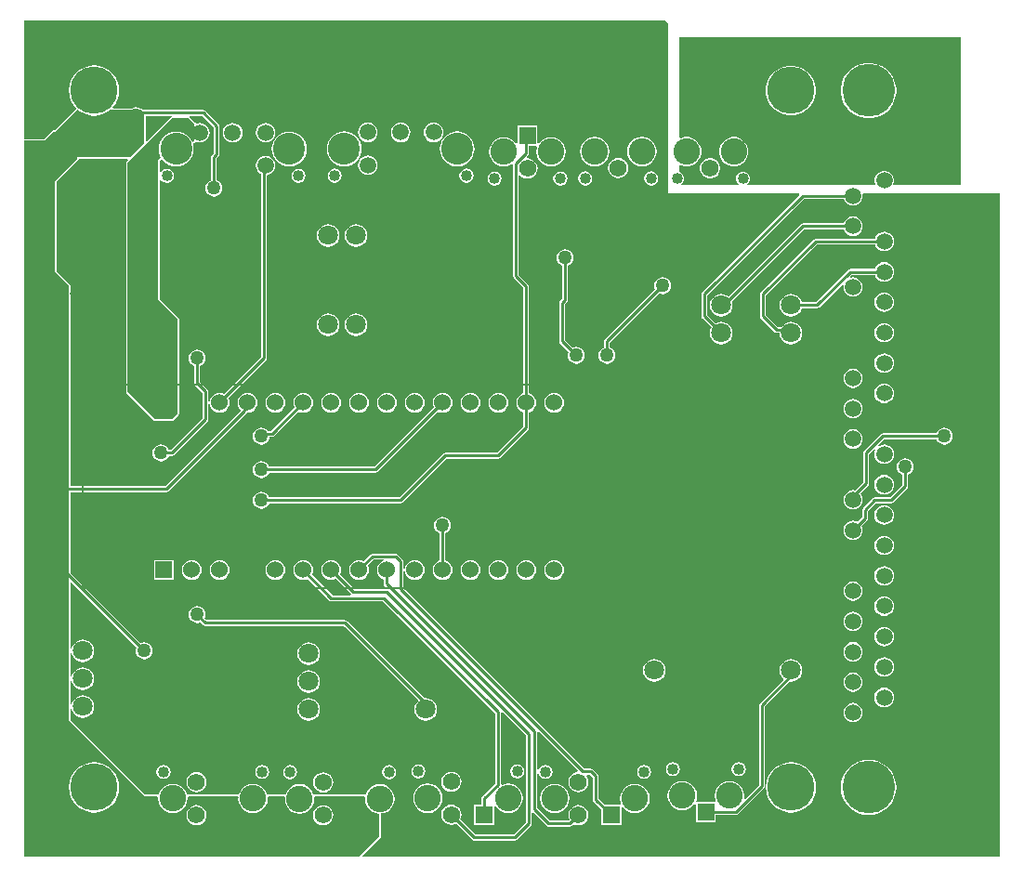
<source format=gbl>
G04*
G04 #@! TF.GenerationSoftware,Altium Limited,Altium Designer,23.1.1 (15)*
G04*
G04 Layer_Physical_Order=2*
G04 Layer_Color=16711680*
%FSLAX25Y25*%
%MOIN*%
G70*
G04*
G04 #@! TF.SameCoordinates,8C77E051-C172-4F39-AE62-CDD73B8C3D6F*
G04*
G04*
G04 #@! TF.FilePolarity,Positive*
G04*
G01*
G75*
%ADD13C,0.01000*%
%ADD16C,0.00500*%
%ADD50C,0.04016*%
%ADD51C,0.06181*%
%ADD52R,0.06181X0.06181*%
%ADD53C,0.09488*%
%ADD60C,0.05984*%
%ADD61C,0.11457*%
%ADD62R,0.06024X0.06024*%
%ADD63C,0.06024*%
%ADD64C,0.07087*%
%ADD65C,0.05906*%
%ADD66R,0.05906X0.05906*%
%ADD67C,0.18898*%
%ADD68C,0.16929*%
%ADD69C,0.05000*%
G36*
X43000Y267000D02*
Y256000D01*
X38000Y251000D01*
X19000D01*
X19000Y250459D01*
X11000Y242459D01*
Y210000D01*
X16000Y205000D01*
Y202594D01*
X15922Y202000D01*
X16000Y201406D01*
Y49000D01*
X43159Y21841D01*
X47702D01*
X48032Y21465D01*
X47971Y21000D01*
X48151Y19631D01*
X48679Y18355D01*
X49520Y17260D01*
X50615Y16419D01*
X51891Y15891D01*
X53260Y15711D01*
X54629Y15891D01*
X55905Y16419D01*
X57000Y17260D01*
X57841Y18355D01*
X58369Y19631D01*
X58549Y21000D01*
X58488Y21465D01*
X58818Y21841D01*
X76442D01*
X76772Y21465D01*
X76711Y21000D01*
X76891Y19631D01*
X77419Y18355D01*
X78260Y17260D01*
X79355Y16419D01*
X80631Y15891D01*
X82000Y15711D01*
X83369Y15891D01*
X84645Y16419D01*
X85740Y17260D01*
X86581Y18355D01*
X87109Y19631D01*
X87289Y21000D01*
X87228Y21465D01*
X87558Y21841D01*
X93179D01*
X93509Y21465D01*
X93435Y20906D01*
X93615Y19536D01*
X94144Y18261D01*
X94984Y17165D01*
X96080Y16325D01*
X97355Y15796D01*
X98724Y15616D01*
X100093Y15796D01*
X101369Y16325D01*
X102464Y17165D01*
X103305Y18261D01*
X103833Y19536D01*
X104014Y20906D01*
X103940Y21465D01*
X104270Y21841D01*
X121919D01*
X122249Y21465D01*
X122175Y20906D01*
X122355Y19536D01*
X122884Y18261D01*
X123724Y17165D01*
X124820Y16325D01*
X126096Y15796D01*
X127285Y15640D01*
Y7285D01*
X120000Y0D01*
X0D01*
Y257000D01*
X7235D01*
X10617Y260383D01*
X11000Y260000D01*
X19000Y268000D01*
X19399D01*
X19996Y267510D01*
X21553Y266678D01*
X23243Y266165D01*
X25000Y265992D01*
X26757Y266165D01*
X28447Y266678D01*
X30005Y267510D01*
X30601Y268000D01*
X42000D01*
X43000Y267000D01*
D02*
G37*
G36*
X52853Y265480D02*
X52617Y265383D01*
Y265383D01*
X44003Y256768D01*
X43541Y256960D01*
Y265980D01*
X52754D01*
X52853Y265480D01*
D02*
G37*
G36*
X61000Y263000D02*
Y257000D01*
X60658Y256658D01*
X60042Y256749D01*
X59653Y257477D01*
X58874Y258425D01*
X57926Y259204D01*
X56844Y259782D01*
X55670Y260138D01*
X54449Y260259D01*
X53228Y260138D01*
X52054Y259782D01*
X50972Y259204D01*
X50023Y258425D01*
X49245Y257477D01*
X48667Y256395D01*
X48311Y255221D01*
X48190Y254000D01*
X48311Y252779D01*
X48667Y251605D01*
X48994Y250994D01*
X48000Y250000D01*
Y200000D01*
X55000Y193000D01*
Y159000D01*
X53000Y157000D01*
X47000D01*
X37000Y167000D01*
Y170000D01*
Y249000D01*
X53000Y265000D01*
X59000D01*
X61000Y263000D01*
D02*
G37*
G36*
X336000Y241000D02*
X311946D01*
X311679Y241500D01*
X311878Y242242D01*
Y243151D01*
X311643Y244030D01*
X311188Y244817D01*
X310545Y245460D01*
X309758Y245914D01*
X308880Y246150D01*
X307971D01*
X307092Y245914D01*
X306305Y245460D01*
X305662Y244817D01*
X305208Y244030D01*
X304972Y243151D01*
Y242242D01*
X305171Y241500D01*
X304905Y241000D01*
X259564D01*
X259369Y241500D01*
X259937Y242068D01*
X260319Y242989D01*
Y243987D01*
X259937Y244909D01*
X259232Y245614D01*
X258310Y245996D01*
X257312D01*
X256390Y245614D01*
X255685Y244909D01*
X255303Y243987D01*
Y242989D01*
X255685Y242068D01*
X256253Y241500D01*
X256058Y241000D01*
X235943D01*
X235747Y241500D01*
X236315Y242068D01*
X236697Y242989D01*
Y243987D01*
X236315Y244909D01*
X235610Y245614D01*
X235000Y245867D01*
Y248003D01*
X235433Y248253D01*
X235511Y248208D01*
X236845Y247850D01*
X238226D01*
X239560Y248208D01*
X240755Y248898D01*
X241732Y249874D01*
X242422Y251070D01*
X242779Y252404D01*
Y253785D01*
X242422Y255119D01*
X241732Y256314D01*
X240755Y257291D01*
X239560Y257981D01*
X238226Y258339D01*
X236845D01*
X235511Y257981D01*
X235433Y257936D01*
X235000Y258186D01*
Y294000D01*
X336000D01*
Y241000D01*
D02*
G37*
G36*
X231000Y299000D02*
Y238000D01*
X277851D01*
X278058Y237500D01*
X243279Y202721D01*
X243058Y202390D01*
X242980Y202000D01*
Y194000D01*
X243058Y193610D01*
X243279Y193279D01*
X246490Y190068D01*
X246468Y190039D01*
X246061Y189056D01*
X245922Y188000D01*
X246061Y186944D01*
X246468Y185961D01*
X247116Y185116D01*
X247961Y184468D01*
X248944Y184061D01*
X250000Y183922D01*
X251056Y184061D01*
X252039Y184468D01*
X252884Y185116D01*
X253532Y185961D01*
X253939Y186944D01*
X254078Y188000D01*
X253939Y189056D01*
X253532Y190039D01*
X252884Y190884D01*
X252039Y191532D01*
X251056Y191939D01*
X250000Y192078D01*
X248944Y191939D01*
X247961Y191532D01*
X247932Y191510D01*
X245020Y194422D01*
Y201578D01*
X279666Y236225D01*
X293929D01*
X294228Y235503D01*
X294782Y234782D01*
X295503Y234228D01*
X296343Y233880D01*
X297244Y233762D01*
X298145Y233880D01*
X298985Y234228D01*
X299707Y234782D01*
X300260Y235503D01*
X300608Y236343D01*
X300727Y237244D01*
X300677Y237624D01*
X301006Y238000D01*
X350000D01*
Y0D01*
X121419D01*
X121227Y462D01*
X127667Y6902D01*
X127826Y7285D01*
X127826Y7285D01*
Y15640D01*
X127841Y15666D01*
X128833Y15796D01*
X130109Y16325D01*
X131205Y17165D01*
X132045Y18261D01*
X132574Y19536D01*
X132754Y20906D01*
X132574Y22275D01*
X132045Y23550D01*
X131205Y24646D01*
X130109Y25486D01*
X128833Y26015D01*
X127465Y26195D01*
X126096Y26015D01*
X124820Y25486D01*
X123724Y24646D01*
X122884Y23550D01*
X122516Y22662D01*
X122478Y22584D01*
X121955Y22381D01*
X121934Y22381D01*
X121919Y22382D01*
X121478Y22382D01*
X104270D01*
X104247Y22376D01*
X104234Y22381D01*
X103711Y22584D01*
X103673Y22662D01*
X103305Y23550D01*
X102464Y24646D01*
X101369Y25486D01*
X100093Y26015D01*
X98724Y26195D01*
X97355Y26015D01*
X96080Y25486D01*
X94984Y24646D01*
X94144Y23550D01*
X93776Y22662D01*
X93738Y22584D01*
X93214Y22381D01*
X93194Y22381D01*
X93179Y22382D01*
X92738Y22382D01*
X87558D01*
X87522Y22381D01*
X87011Y22607D01*
X86980Y22681D01*
X86581Y23645D01*
X85740Y24740D01*
X84645Y25581D01*
X83369Y26109D01*
X82000Y26289D01*
X80631Y26109D01*
X79355Y25581D01*
X78260Y24740D01*
X77419Y23645D01*
X77020Y22681D01*
X76989Y22607D01*
X76478Y22381D01*
X76442Y22382D01*
X58818D01*
X58782Y22381D01*
X58271Y22607D01*
X58240Y22681D01*
X57841Y23645D01*
X57000Y24740D01*
X55905Y25581D01*
X54629Y26109D01*
X53260Y26289D01*
X51891Y26109D01*
X50615Y25581D01*
X49520Y24740D01*
X48679Y23645D01*
X48280Y22681D01*
X48249Y22607D01*
X47738Y22381D01*
X47702Y22382D01*
X43383D01*
X16541Y49224D01*
Y53060D01*
X17041Y53093D01*
X17061Y52944D01*
X17468Y51961D01*
X18116Y51116D01*
X18961Y50468D01*
X19944Y50061D01*
X21000Y49922D01*
X22055Y50061D01*
X23039Y50468D01*
X23884Y51116D01*
X24532Y51961D01*
X24939Y52944D01*
X25078Y54000D01*
X24939Y55055D01*
X24532Y56039D01*
X23884Y56884D01*
X23039Y57532D01*
X22055Y57939D01*
X21000Y58078D01*
X19944Y57939D01*
X18961Y57532D01*
X18116Y56884D01*
X17468Y56039D01*
X17061Y55055D01*
X17041Y54907D01*
X16541Y54940D01*
Y63060D01*
X17041Y63093D01*
X17061Y62945D01*
X17468Y61961D01*
X18116Y61116D01*
X18961Y60468D01*
X19944Y60061D01*
X21000Y59922D01*
X22055Y60061D01*
X23039Y60468D01*
X23884Y61116D01*
X24532Y61961D01*
X24939Y62945D01*
X25078Y64000D01*
X24939Y65056D01*
X24532Y66039D01*
X23884Y66884D01*
X23039Y67532D01*
X22055Y67939D01*
X21000Y68078D01*
X19944Y67939D01*
X18961Y67532D01*
X18116Y66884D01*
X17468Y66039D01*
X17061Y65056D01*
X17041Y64907D01*
X16541Y64940D01*
Y73060D01*
X17041Y73093D01*
X17061Y72944D01*
X17468Y71961D01*
X18116Y71116D01*
X18961Y70468D01*
X19944Y70061D01*
X21000Y69922D01*
X22055Y70061D01*
X23039Y70468D01*
X23884Y71116D01*
X24532Y71961D01*
X24939Y72944D01*
X25078Y74000D01*
X24939Y75055D01*
X24532Y76039D01*
X23884Y76884D01*
X23039Y77532D01*
X22055Y77939D01*
X21000Y78078D01*
X19944Y77939D01*
X18961Y77532D01*
X18116Y76884D01*
X17468Y76039D01*
X17061Y75055D01*
X17041Y74907D01*
X16541Y74940D01*
Y98364D01*
X17003Y98555D01*
X40282Y75276D01*
X40077Y74783D01*
X39974Y74000D01*
X40077Y73217D01*
X40380Y72487D01*
X40860Y71860D01*
X41487Y71380D01*
X42217Y71077D01*
X43000Y70974D01*
X43783Y71077D01*
X44513Y71380D01*
X45140Y71860D01*
X45621Y72487D01*
X45923Y73217D01*
X46026Y74000D01*
X45923Y74783D01*
X45621Y75513D01*
X45140Y76140D01*
X44513Y76621D01*
X43783Y76923D01*
X43000Y77026D01*
X42217Y76923D01*
X41723Y76718D01*
X16541Y101901D01*
Y130980D01*
X51000D01*
X51390Y131058D01*
X51721Y131279D01*
X79760Y159318D01*
X79865Y159476D01*
X80000Y159458D01*
X80917Y159579D01*
X81771Y159932D01*
X82505Y160495D01*
X83068Y161229D01*
X83421Y162083D01*
X83542Y163000D01*
X83421Y163917D01*
X83068Y164771D01*
X82505Y165505D01*
X81771Y166068D01*
X80917Y166421D01*
X80000Y166542D01*
X79083Y166421D01*
X78229Y166068D01*
X77495Y165505D01*
X76932Y164771D01*
X76579Y163917D01*
X76458Y163000D01*
X76579Y162083D01*
X76932Y161229D01*
X77495Y160495D01*
X77510Y160484D01*
X77543Y159985D01*
X50578Y133020D01*
X16541D01*
Y201406D01*
X16527Y201441D01*
X16537Y201477D01*
X16468Y202000D01*
X16537Y202523D01*
X16527Y202559D01*
X16541Y202594D01*
Y205000D01*
X16541Y205000D01*
X16383Y205383D01*
X16383Y205383D01*
X11541Y210224D01*
Y242235D01*
X19383Y250076D01*
X19541Y250459D01*
X37040D01*
X37231Y249997D01*
X36617Y249383D01*
X36459Y249000D01*
X36459Y249000D01*
Y170000D01*
Y167000D01*
X36459Y167000D01*
X36617Y166617D01*
X36617Y166617D01*
X46617Y156617D01*
X47000Y156459D01*
X47000Y156459D01*
X53000D01*
X53000Y156459D01*
X53383Y156617D01*
X53383Y156617D01*
X55383Y158617D01*
X55541Y159000D01*
X55541Y159000D01*
Y193000D01*
X55383Y193383D01*
X55383Y193383D01*
X48541Y200224D01*
Y242813D01*
X49041Y242964D01*
X49294Y242586D01*
X50124Y242031D01*
X51102Y241837D01*
X52081Y242031D01*
X52911Y242586D01*
X53465Y243415D01*
X53659Y244394D01*
X53465Y245372D01*
X52911Y246202D01*
X52081Y246756D01*
X51102Y246951D01*
X50124Y246756D01*
X49294Y246202D01*
X49041Y245823D01*
X48541Y245975D01*
Y249776D01*
X49001Y250236D01*
X49501Y250212D01*
X50023Y249575D01*
X50972Y248796D01*
X52054Y248218D01*
X53228Y247862D01*
X54449Y247742D01*
X55670Y247862D01*
X56844Y248218D01*
X57926Y248796D01*
X58874Y249575D01*
X59653Y250523D01*
X60231Y251605D01*
X60587Y252779D01*
X60707Y254000D01*
X60587Y255221D01*
X60454Y255659D01*
X60658Y256116D01*
X60814Y256181D01*
X60818Y256182D01*
X60980Y256223D01*
X61001Y256259D01*
X61040Y256275D01*
X61383Y256617D01*
X61433Y256739D01*
X62002Y256503D01*
X62913Y256383D01*
X63825Y256503D01*
X64675Y256855D01*
X65404Y257415D01*
X65964Y258144D01*
X66316Y258994D01*
X66436Y259906D01*
X66316Y260817D01*
X65964Y261667D01*
X65404Y262396D01*
X64675Y262956D01*
X63825Y263308D01*
X62913Y263428D01*
X62002Y263308D01*
X61891Y263262D01*
X61383Y263383D01*
X59383Y265383D01*
X59147Y265480D01*
X59246Y265980D01*
X63892D01*
X67980Y261892D01*
Y252621D01*
X67279Y251919D01*
X67058Y251588D01*
X66980Y251198D01*
Y242825D01*
X66487Y242620D01*
X65860Y242140D01*
X65380Y241513D01*
X65077Y240783D01*
X64974Y240000D01*
X65077Y239217D01*
X65380Y238487D01*
X65860Y237860D01*
X66487Y237380D01*
X67217Y237077D01*
X68000Y236974D01*
X68783Y237077D01*
X69513Y237380D01*
X70140Y237860D01*
X70621Y238487D01*
X70923Y239217D01*
X71026Y240000D01*
X70923Y240783D01*
X70621Y241513D01*
X70140Y242140D01*
X69513Y242620D01*
X69020Y242825D01*
Y250776D01*
X69721Y251477D01*
X69942Y251808D01*
X70020Y252198D01*
Y262314D01*
X69942Y262704D01*
X69721Y263035D01*
X65035Y267721D01*
X64704Y267942D01*
X64314Y268020D01*
X42746D01*
X42383Y268383D01*
X42383Y268383D01*
X42000Y268541D01*
X42000Y268541D01*
X41616D01*
X41513Y268620D01*
X40783Y268923D01*
X40000Y269026D01*
X39217Y268923D01*
X38487Y268620D01*
X38384Y268541D01*
X31943D01*
X31707Y269041D01*
X32490Y269995D01*
X33322Y271553D01*
X33835Y273243D01*
X34008Y275000D01*
X33835Y276757D01*
X33322Y278447D01*
X32490Y280005D01*
X31370Y281370D01*
X30005Y282490D01*
X28447Y283322D01*
X26757Y283835D01*
X25000Y284008D01*
X23243Y283835D01*
X21553Y283322D01*
X19996Y282490D01*
X18630Y281370D01*
X17510Y280005D01*
X16678Y278447D01*
X16165Y276757D01*
X15992Y275000D01*
X16165Y273243D01*
X16678Y271553D01*
X17510Y269995D01*
X18447Y268853D01*
X18571Y268510D01*
X18404Y268169D01*
X11000Y260765D01*
X10697Y260891D01*
X10617Y260924D01*
X10235Y260765D01*
X10235Y260765D01*
X7010Y257541D01*
X0D01*
Y300000D01*
X230000D01*
X231000Y299000D01*
D02*
G37*
%LPC*%
G36*
X25000Y34008D02*
X23243Y33835D01*
X21553Y33322D01*
X19996Y32490D01*
X18630Y31370D01*
X17510Y30005D01*
X16678Y28447D01*
X16165Y26757D01*
X15992Y25000D01*
X16165Y23243D01*
X16678Y21553D01*
X17510Y19996D01*
X18630Y18630D01*
X19996Y17510D01*
X21553Y16678D01*
X23243Y16165D01*
X25000Y15992D01*
X26757Y16165D01*
X28447Y16678D01*
X30005Y17510D01*
X31370Y18630D01*
X32490Y19996D01*
X33322Y21553D01*
X33835Y23243D01*
X34008Y25000D01*
X33835Y26757D01*
X33322Y28447D01*
X32490Y30005D01*
X31370Y31370D01*
X30005Y32490D01*
X28447Y33322D01*
X26757Y33835D01*
X25000Y34008D01*
D02*
G37*
G36*
X61724Y18716D02*
X60787Y18593D01*
X59914Y18231D01*
X59164Y17655D01*
X58588Y16905D01*
X58226Y16032D01*
X58103Y15094D01*
X58226Y14157D01*
X58588Y13284D01*
X59164Y12534D01*
X59914Y11958D01*
X60787Y11596D01*
X61724Y11473D01*
X62662Y11596D01*
X63535Y11958D01*
X64285Y12534D01*
X64861Y13284D01*
X65223Y14157D01*
X65346Y15094D01*
X65223Y16032D01*
X64861Y16905D01*
X64285Y17655D01*
X63535Y18231D01*
X62662Y18593D01*
X61724Y18716D01*
D02*
G37*
G36*
X107189Y18621D02*
X106252Y18498D01*
X105378Y18136D01*
X104628Y17561D01*
X104053Y16811D01*
X103691Y15937D01*
X103568Y15000D01*
X103691Y14063D01*
X104053Y13189D01*
X104628Y12439D01*
X105378Y11864D01*
X106252Y11502D01*
X107189Y11378D01*
X108126Y11502D01*
X109000Y11864D01*
X109750Y12439D01*
X110325Y13189D01*
X110687Y14063D01*
X110810Y15000D01*
X110687Y15937D01*
X110325Y16811D01*
X109750Y17561D01*
X109000Y18136D01*
X108126Y18498D01*
X107189Y18621D01*
D02*
G37*
G36*
X275883Y283965D02*
X274117D01*
X272385Y283620D01*
X270754Y282944D01*
X269285Y281963D01*
X268037Y280715D01*
X267056Y279246D01*
X266380Y277615D01*
X266035Y275883D01*
Y274117D01*
X266380Y272385D01*
X267056Y270754D01*
X268037Y269285D01*
X269285Y268037D01*
X270754Y267056D01*
X272385Y266380D01*
X274117Y266035D01*
X275883D01*
X277615Y266380D01*
X279246Y267056D01*
X280715Y268037D01*
X281963Y269285D01*
X282944Y270754D01*
X283620Y272385D01*
X283965Y274117D01*
Y275883D01*
X283620Y277615D01*
X282944Y279246D01*
X281963Y280715D01*
X280715Y281963D01*
X279246Y282944D01*
X277615Y283620D01*
X275883Y283965D01*
D02*
G37*
G36*
X303815Y284949D02*
X301855D01*
X299933Y284566D01*
X298122Y283817D01*
X296493Y282728D01*
X295107Y281342D01*
X294018Y279713D01*
X293268Y277902D01*
X292886Y275980D01*
Y274020D01*
X293268Y272098D01*
X294018Y270287D01*
X295107Y268658D01*
X296493Y267272D01*
X298122Y266183D01*
X299933Y265434D01*
X301855Y265051D01*
X303815D01*
X305737Y265434D01*
X307547Y266183D01*
X309177Y267272D01*
X310562Y268658D01*
X311651Y270287D01*
X312401Y272098D01*
X312784Y274020D01*
Y275980D01*
X312401Y277902D01*
X311651Y279713D01*
X310562Y281342D01*
X309177Y282728D01*
X307547Y283817D01*
X305737Y284566D01*
X303815Y284949D01*
D02*
G37*
G36*
X255155Y258339D02*
X253774D01*
X252440Y257981D01*
X251245Y257291D01*
X250268Y256314D01*
X249578Y255119D01*
X249220Y253785D01*
Y252404D01*
X249578Y251070D01*
X250268Y249874D01*
X251245Y248898D01*
X252440Y248208D01*
X253774Y247850D01*
X255155D01*
X256489Y248208D01*
X257684Y248898D01*
X258661Y249874D01*
X259351Y251070D01*
X259709Y252404D01*
Y253785D01*
X259351Y255119D01*
X258661Y256314D01*
X257684Y257291D01*
X256489Y257981D01*
X255155Y258339D01*
D02*
G37*
G36*
X246473Y250780D02*
X245527D01*
X244614Y250535D01*
X243795Y250062D01*
X243127Y249394D01*
X242654Y248575D01*
X242409Y247662D01*
Y246716D01*
X242654Y245803D01*
X243127Y244984D01*
X243795Y244316D01*
X244614Y243843D01*
X245527Y243598D01*
X246473D01*
X247386Y243843D01*
X248205Y244316D01*
X248873Y244984D01*
X249346Y245803D01*
X249590Y246716D01*
Y247662D01*
X249346Y248575D01*
X248873Y249394D01*
X248205Y250062D01*
X247386Y250535D01*
X246473Y250780D01*
D02*
G37*
G36*
X146811Y263522D02*
X145899Y263402D01*
X145050Y263050D01*
X144320Y262491D01*
X143761Y261761D01*
X143409Y260912D01*
X143289Y260000D01*
X143409Y259088D01*
X143761Y258239D01*
X144320Y257509D01*
X145050Y256950D01*
X145899Y256598D01*
X146811Y256478D01*
X147723Y256598D01*
X148572Y256950D01*
X149302Y257509D01*
X149861Y258239D01*
X150213Y259088D01*
X150333Y260000D01*
X150213Y260912D01*
X149861Y261761D01*
X149302Y262491D01*
X148572Y263050D01*
X147723Y263402D01*
X146811Y263522D01*
D02*
G37*
G36*
X135000D02*
X134088Y263402D01*
X133239Y263050D01*
X132509Y262491D01*
X131950Y261761D01*
X131598Y260912D01*
X131478Y260000D01*
X131598Y259088D01*
X131950Y258239D01*
X132509Y257509D01*
X133239Y256950D01*
X134088Y256598D01*
X135000Y256478D01*
X135912Y256598D01*
X136761Y256950D01*
X137491Y257509D01*
X138050Y258239D01*
X138402Y259088D01*
X138522Y260000D01*
X138402Y260912D01*
X138050Y261761D01*
X137491Y262491D01*
X136761Y263050D01*
X135912Y263402D01*
X135000Y263522D01*
D02*
G37*
G36*
X123189D02*
X122277Y263402D01*
X121428Y263050D01*
X120698Y262491D01*
X120139Y261761D01*
X119787Y260912D01*
X119667Y260000D01*
X119787Y259088D01*
X120139Y258239D01*
X120698Y257509D01*
X121428Y256950D01*
X122277Y256598D01*
X123189Y256478D01*
X124101Y256598D01*
X124950Y256950D01*
X125680Y257509D01*
X126239Y258239D01*
X126591Y259088D01*
X126711Y260000D01*
X126591Y260912D01*
X126239Y261761D01*
X125680Y262491D01*
X124950Y263050D01*
X124101Y263402D01*
X123189Y263522D01*
D02*
G37*
G36*
X86535Y263428D02*
X85624Y263308D01*
X84774Y262956D01*
X84045Y262396D01*
X83485Y261667D01*
X83133Y260817D01*
X83013Y259906D01*
X83133Y258994D01*
X83485Y258144D01*
X84045Y257415D01*
X84774Y256855D01*
X85624Y256503D01*
X86535Y256383D01*
X87447Y256503D01*
X88297Y256855D01*
X89026Y257415D01*
X89586Y258144D01*
X89938Y258994D01*
X90058Y259906D01*
X89938Y260817D01*
X89586Y261667D01*
X89026Y262396D01*
X88297Y262956D01*
X87447Y263308D01*
X86535Y263428D01*
D02*
G37*
G36*
X74724D02*
X73813Y263308D01*
X72963Y262956D01*
X72234Y262396D01*
X71674Y261667D01*
X71322Y260817D01*
X71202Y259906D01*
X71322Y258994D01*
X71674Y258144D01*
X72234Y257415D01*
X72963Y256855D01*
X73813Y256503D01*
X74724Y256383D01*
X75636Y256503D01*
X76486Y256855D01*
X77215Y257415D01*
X77775Y258144D01*
X78127Y258994D01*
X78247Y259906D01*
X78127Y260817D01*
X77775Y261667D01*
X77215Y262396D01*
X76486Y262956D01*
X75636Y263308D01*
X74724Y263428D01*
D02*
G37*
G36*
X184055Y262496D02*
X176874D01*
Y256084D01*
X176374Y255914D01*
X175740Y256740D01*
X174645Y257581D01*
X173369Y258109D01*
X172000Y258289D01*
X170631Y258109D01*
X169355Y257581D01*
X168260Y256740D01*
X167419Y255645D01*
X166891Y254369D01*
X166711Y253000D01*
X166891Y251631D01*
X167419Y250355D01*
X168260Y249260D01*
X169355Y248419D01*
X170631Y247891D01*
X172000Y247711D01*
X173369Y247891D01*
X174645Y248419D01*
X174854Y248580D01*
X175354Y248334D01*
Y208387D01*
X175432Y207997D01*
X175653Y207666D01*
X178980Y204339D01*
Y166379D01*
X178229Y166068D01*
X177495Y165505D01*
X176932Y164771D01*
X176579Y163917D01*
X176458Y163000D01*
X176579Y162083D01*
X176932Y161229D01*
X177495Y160495D01*
X178229Y159932D01*
X178980Y159621D01*
Y154422D01*
X169578Y145020D01*
X151000D01*
X150610Y144942D01*
X150279Y144721D01*
X134578Y129020D01*
X87825D01*
X87621Y129513D01*
X87140Y130140D01*
X86513Y130621D01*
X85783Y130923D01*
X85000Y131026D01*
X84217Y130923D01*
X83487Y130621D01*
X82860Y130140D01*
X82380Y129513D01*
X82077Y128783D01*
X81974Y128000D01*
X82077Y127217D01*
X82380Y126487D01*
X82860Y125860D01*
X83487Y125380D01*
X84217Y125077D01*
X85000Y124974D01*
X85783Y125077D01*
X86513Y125380D01*
X87140Y125860D01*
X87621Y126487D01*
X87825Y126980D01*
X135000D01*
X135390Y127058D01*
X135721Y127279D01*
X151422Y142980D01*
X170000D01*
X170390Y143058D01*
X170721Y143279D01*
X180721Y153279D01*
X180942Y153610D01*
X181020Y154000D01*
Y159621D01*
X181771Y159932D01*
X182505Y160495D01*
X183068Y161229D01*
X183421Y162083D01*
X183542Y163000D01*
X183421Y163917D01*
X183068Y164771D01*
X182505Y165505D01*
X181771Y166068D01*
X181020Y166379D01*
Y204761D01*
X180942Y205151D01*
X180721Y205482D01*
X177394Y208809D01*
Y244421D01*
X177867Y244582D01*
X177904Y244534D01*
X178654Y243958D01*
X179527Y243596D01*
X180465Y243473D01*
X181402Y243596D01*
X182275Y243958D01*
X183025Y244534D01*
X183601Y245284D01*
X183963Y246157D01*
X184086Y247094D01*
X183963Y248032D01*
X183601Y248905D01*
X183025Y249655D01*
X182275Y250231D01*
X181402Y250593D01*
X180465Y250716D01*
X180405Y250708D01*
X180184Y251157D01*
X180721Y251694D01*
X180942Y252025D01*
X181020Y252415D01*
Y255315D01*
X183671D01*
X184005Y254815D01*
X183820Y254369D01*
X183640Y253000D01*
X183820Y251631D01*
X184348Y250355D01*
X185189Y249260D01*
X186284Y248419D01*
X187560Y247891D01*
X188929Y247711D01*
X190298Y247891D01*
X191574Y248419D01*
X192669Y249260D01*
X193510Y250355D01*
X194038Y251631D01*
X194219Y253000D01*
X194038Y254369D01*
X193510Y255645D01*
X192669Y256740D01*
X191574Y257581D01*
X190298Y258109D01*
X188929Y258289D01*
X187560Y258109D01*
X186284Y257581D01*
X185189Y256740D01*
X184555Y255914D01*
X184055Y256084D01*
Y262496D01*
D02*
G37*
G36*
X155276Y260353D02*
X154055Y260233D01*
X152881Y259877D01*
X151799Y259298D01*
X150850Y258520D01*
X150072Y257572D01*
X149494Y256489D01*
X149137Y255315D01*
X149017Y254095D01*
X149137Y252873D01*
X149494Y251699D01*
X150072Y250618D01*
X150850Y249669D01*
X151799Y248891D01*
X152881Y248312D01*
X154055Y247956D01*
X155276Y247836D01*
X156497Y247956D01*
X157671Y248312D01*
X158753Y248891D01*
X159701Y249669D01*
X160479Y250618D01*
X161058Y251699D01*
X161414Y252873D01*
X161534Y254095D01*
X161414Y255315D01*
X161058Y256489D01*
X160479Y257572D01*
X159701Y258520D01*
X158753Y259298D01*
X157671Y259877D01*
X156497Y260233D01*
X155276Y260353D01*
D02*
G37*
G36*
X114724D02*
X113503Y260233D01*
X112329Y259877D01*
X111247Y259298D01*
X110299Y258520D01*
X109521Y257572D01*
X108942Y256489D01*
X108586Y255315D01*
X108466Y254095D01*
X108586Y252873D01*
X108942Y251699D01*
X109521Y250618D01*
X110299Y249669D01*
X111247Y248891D01*
X112329Y248312D01*
X113503Y247956D01*
X114724Y247836D01*
X115945Y247956D01*
X117119Y248312D01*
X118201Y248891D01*
X119150Y249669D01*
X119928Y250618D01*
X120507Y251699D01*
X120863Y252873D01*
X120983Y254095D01*
X120863Y255315D01*
X120507Y256489D01*
X119928Y257572D01*
X119150Y258520D01*
X118201Y259298D01*
X117119Y259877D01*
X115945Y260233D01*
X114724Y260353D01*
D02*
G37*
G36*
X221465Y258384D02*
X220096Y258204D01*
X218820Y257675D01*
X217724Y256835D01*
X216884Y255739D01*
X216355Y254464D01*
X216175Y253095D01*
X216355Y251726D01*
X216884Y250450D01*
X217724Y249354D01*
X218820Y248514D01*
X220096Y247985D01*
X221465Y247805D01*
X222834Y247985D01*
X224109Y248514D01*
X225205Y249354D01*
X226045Y250450D01*
X226574Y251726D01*
X226754Y253095D01*
X226574Y254464D01*
X226045Y255739D01*
X225205Y256835D01*
X224109Y257675D01*
X222834Y258204D01*
X221465Y258384D01*
D02*
G37*
G36*
X204535D02*
X203167Y258204D01*
X201891Y257675D01*
X200795Y256835D01*
X199955Y255739D01*
X199426Y254464D01*
X199246Y253095D01*
X199426Y251726D01*
X199955Y250450D01*
X200795Y249354D01*
X201891Y248514D01*
X203167Y247985D01*
X204535Y247805D01*
X205904Y247985D01*
X207180Y248514D01*
X208276Y249354D01*
X209116Y250450D01*
X209645Y251726D01*
X209825Y253095D01*
X209645Y254464D01*
X209116Y255739D01*
X208276Y256835D01*
X207180Y257675D01*
X205904Y258204D01*
X204535Y258384D01*
D02*
G37*
G36*
X95000Y260259D02*
X93779Y260138D01*
X92605Y259782D01*
X91523Y259204D01*
X90575Y258425D01*
X89796Y257477D01*
X89218Y256395D01*
X88862Y255221D01*
X88741Y254000D01*
X88862Y252779D01*
X89218Y251605D01*
X89796Y250523D01*
X90575Y249575D01*
X91523Y248796D01*
X92605Y248218D01*
X93779Y247862D01*
X95000Y247742D01*
X96221Y247862D01*
X97395Y248218D01*
X98477Y248796D01*
X99425Y249575D01*
X100204Y250523D01*
X100782Y251605D01*
X101138Y252779D01*
X101259Y254000D01*
X101138Y255221D01*
X100782Y256395D01*
X100204Y257477D01*
X99425Y258425D01*
X98477Y259204D01*
X97395Y259782D01*
X96221Y260138D01*
X95000Y260259D01*
D02*
G37*
G36*
X123189Y251711D02*
X122277Y251591D01*
X121428Y251239D01*
X120698Y250680D01*
X120139Y249950D01*
X119787Y249101D01*
X119667Y248189D01*
X119787Y247277D01*
X120139Y246428D01*
X120698Y245698D01*
X121428Y245139D01*
X122277Y244787D01*
X123189Y244667D01*
X124101Y244787D01*
X124950Y245139D01*
X125680Y245698D01*
X126239Y246428D01*
X126591Y247277D01*
X126711Y248189D01*
X126591Y249101D01*
X126239Y249950D01*
X125680Y250680D01*
X124950Y251239D01*
X124101Y251591D01*
X123189Y251711D01*
D02*
G37*
G36*
X213000Y250811D02*
X212063Y250687D01*
X211189Y250325D01*
X210439Y249750D01*
X209864Y249000D01*
X209502Y248126D01*
X209379Y247189D01*
X209502Y246252D01*
X209864Y245378D01*
X210439Y244628D01*
X211189Y244053D01*
X212063Y243691D01*
X213000Y243567D01*
X213937Y243691D01*
X214811Y244053D01*
X215561Y244628D01*
X216136Y245378D01*
X216498Y246252D01*
X216621Y247189D01*
X216498Y248126D01*
X216136Y249000D01*
X215561Y249750D01*
X214811Y250325D01*
X213937Y250687D01*
X213000Y250811D01*
D02*
G37*
G36*
X158622Y247045D02*
X157643Y246851D01*
X156814Y246296D01*
X156260Y245467D01*
X156065Y244488D01*
X156260Y243510D01*
X156814Y242680D01*
X157643Y242126D01*
X158622Y241931D01*
X159600Y242126D01*
X160430Y242680D01*
X160984Y243510D01*
X161179Y244488D01*
X160984Y245467D01*
X160430Y246296D01*
X159600Y246851D01*
X158622Y247045D01*
D02*
G37*
G36*
X111378D02*
X110399Y246851D01*
X109570Y246296D01*
X109016Y245467D01*
X108821Y244488D01*
X109016Y243510D01*
X109570Y242680D01*
X110399Y242126D01*
X111378Y241931D01*
X112356Y242126D01*
X113186Y242680D01*
X113740Y243510D01*
X113935Y244488D01*
X113740Y245467D01*
X113186Y246296D01*
X112356Y246851D01*
X111378Y247045D01*
D02*
G37*
G36*
X98346Y246951D02*
X97368Y246756D01*
X96538Y246202D01*
X95984Y245372D01*
X95789Y244394D01*
X95984Y243415D01*
X96538Y242586D01*
X97368Y242031D01*
X98346Y241837D01*
X99325Y242031D01*
X100154Y242586D01*
X100709Y243415D01*
X100903Y244394D01*
X100709Y245372D01*
X100154Y246202D01*
X99325Y246756D01*
X98346Y246951D01*
D02*
G37*
G36*
X224811Y246045D02*
X223833Y245851D01*
X223003Y245296D01*
X222449Y244467D01*
X222254Y243488D01*
X222449Y242510D01*
X223003Y241680D01*
X223833Y241126D01*
X224811Y240931D01*
X225789Y241126D01*
X226619Y241680D01*
X227173Y242510D01*
X227368Y243488D01*
X227173Y244467D01*
X226619Y245296D01*
X225789Y245851D01*
X224811Y246045D01*
D02*
G37*
G36*
X201189D02*
X200210Y245851D01*
X199381Y245296D01*
X198827Y244467D01*
X198632Y243488D01*
X198827Y242510D01*
X199381Y241680D01*
X200210Y241126D01*
X201189Y240931D01*
X202168Y241126D01*
X202997Y241680D01*
X203551Y242510D01*
X203746Y243488D01*
X203551Y244467D01*
X202997Y245296D01*
X202168Y245851D01*
X201189Y246045D01*
D02*
G37*
G36*
X192276Y245951D02*
X191297Y245756D01*
X190468Y245202D01*
X189913Y244372D01*
X189719Y243394D01*
X189913Y242415D01*
X190468Y241586D01*
X191297Y241031D01*
X192276Y240837D01*
X193254Y241031D01*
X194084Y241586D01*
X194638Y242415D01*
X194833Y243394D01*
X194638Y244372D01*
X194084Y245202D01*
X193254Y245756D01*
X192276Y245951D01*
D02*
G37*
G36*
X168654D02*
X167675Y245756D01*
X166846Y245202D01*
X166291Y244372D01*
X166097Y243394D01*
X166291Y242415D01*
X166846Y241586D01*
X167675Y241031D01*
X168654Y240837D01*
X169632Y241031D01*
X170462Y241586D01*
X171016Y242415D01*
X171211Y243394D01*
X171016Y244372D01*
X170462Y245202D01*
X169632Y245756D01*
X168654Y245951D01*
D02*
G37*
G36*
X297244Y229821D02*
X296343Y229702D01*
X295503Y229355D01*
X294782Y228801D01*
X294228Y228080D01*
X293929Y227358D01*
X279339D01*
X278948Y227281D01*
X278618Y227060D01*
X252634Y201076D01*
X252039Y201532D01*
X251056Y201939D01*
X250000Y202078D01*
X248944Y201939D01*
X247961Y201532D01*
X247116Y200884D01*
X246468Y200039D01*
X246061Y199056D01*
X245922Y198000D01*
X246061Y196944D01*
X246468Y195961D01*
X247116Y195116D01*
X247961Y194468D01*
X248944Y194061D01*
X250000Y193922D01*
X251056Y194061D01*
X252039Y194468D01*
X252884Y195116D01*
X253532Y195961D01*
X253939Y196944D01*
X254078Y198000D01*
X253939Y199056D01*
X253810Y199368D01*
X279761Y225319D01*
X293929D01*
X294228Y224597D01*
X294782Y223876D01*
X295503Y223323D01*
X296343Y222975D01*
X297244Y222856D01*
X298145Y222975D01*
X298985Y223323D01*
X299707Y223876D01*
X300260Y224597D01*
X300608Y225437D01*
X300727Y226339D01*
X300608Y227240D01*
X300260Y228080D01*
X299707Y228801D01*
X298985Y229355D01*
X298145Y229702D01*
X297244Y229821D01*
D02*
G37*
G36*
X119000Y227078D02*
X117945Y226939D01*
X116961Y226532D01*
X116116Y225884D01*
X115468Y225039D01*
X115061Y224056D01*
X114922Y223000D01*
X115061Y221944D01*
X115468Y220961D01*
X116116Y220116D01*
X116961Y219468D01*
X117945Y219061D01*
X119000Y218922D01*
X120055Y219061D01*
X121039Y219468D01*
X121884Y220116D01*
X122532Y220961D01*
X122939Y221944D01*
X123078Y223000D01*
X122939Y224056D01*
X122532Y225039D01*
X121884Y225884D01*
X121039Y226532D01*
X120055Y226939D01*
X119000Y227078D01*
D02*
G37*
G36*
X109000D02*
X107945Y226939D01*
X106961Y226532D01*
X106116Y225884D01*
X105468Y225039D01*
X105061Y224056D01*
X104922Y223000D01*
X105061Y221944D01*
X105468Y220961D01*
X106116Y220116D01*
X106961Y219468D01*
X107945Y219061D01*
X109000Y218922D01*
X110055Y219061D01*
X111039Y219468D01*
X111884Y220116D01*
X112532Y220961D01*
X112939Y221944D01*
X113078Y223000D01*
X112939Y224056D01*
X112532Y225039D01*
X111884Y225884D01*
X111039Y226532D01*
X110055Y226939D01*
X109000Y227078D01*
D02*
G37*
G36*
X308425Y224368D02*
X307524Y224250D01*
X306684Y223902D01*
X305963Y223348D01*
X305409Y222627D01*
X305110Y221905D01*
X283886D01*
X283496Y221828D01*
X283165Y221607D01*
X264279Y202721D01*
X264058Y202390D01*
X263980Y202000D01*
Y194000D01*
X264058Y193610D01*
X264279Y193279D01*
X269236Y188322D01*
X269566Y188101D01*
X269957Y188024D01*
X270901D01*
X270922Y188000D01*
X271061Y186944D01*
X271468Y185961D01*
X272116Y185116D01*
X272961Y184468D01*
X273944Y184061D01*
X275000Y183922D01*
X276056Y184061D01*
X277039Y184468D01*
X277884Y185116D01*
X278532Y185961D01*
X278939Y186944D01*
X279078Y188000D01*
X278939Y189056D01*
X278532Y190039D01*
X277884Y190884D01*
X277039Y191532D01*
X276056Y191939D01*
X275000Y192078D01*
X273944Y191939D01*
X272961Y191532D01*
X272116Y190884D01*
X271486Y190063D01*
X270379D01*
X266020Y194422D01*
Y201578D01*
X284308Y219866D01*
X305110D01*
X305409Y219145D01*
X305963Y218423D01*
X306684Y217870D01*
X307524Y217522D01*
X308425Y217403D01*
X309327Y217522D01*
X310167Y217870D01*
X310888Y218423D01*
X311441Y219145D01*
X311789Y219985D01*
X311908Y220886D01*
X311789Y221787D01*
X311441Y222627D01*
X310888Y223348D01*
X310167Y223902D01*
X309327Y224250D01*
X308425Y224368D01*
D02*
G37*
G36*
Y213463D02*
X307524Y213344D01*
X306684Y212996D01*
X305963Y212443D01*
X305409Y211722D01*
X305110Y211000D01*
X296363D01*
X295972Y210922D01*
X295642Y210701D01*
X283960Y199020D01*
X278944D01*
X278939Y199056D01*
X278532Y200039D01*
X277884Y200884D01*
X277039Y201532D01*
X276056Y201939D01*
X275000Y202078D01*
X273944Y201939D01*
X272961Y201532D01*
X272116Y200884D01*
X271468Y200039D01*
X271061Y199056D01*
X270922Y198000D01*
X271061Y196944D01*
X271468Y195961D01*
X272116Y195116D01*
X272961Y194468D01*
X273944Y194061D01*
X275000Y193922D01*
X276056Y194061D01*
X277039Y194468D01*
X277884Y195116D01*
X278532Y195961D01*
X278939Y196944D01*
X278944Y196980D01*
X284382D01*
X284772Y197058D01*
X285103Y197279D01*
X293418Y205594D01*
X293649Y205511D01*
X293868Y205337D01*
X293761Y204528D01*
X293880Y203626D01*
X294228Y202786D01*
X294782Y202065D01*
X295503Y201512D01*
X296343Y201164D01*
X297244Y201045D01*
X298145Y201164D01*
X298985Y201512D01*
X299707Y202065D01*
X300260Y202786D01*
X300608Y203626D01*
X300727Y204528D01*
X300608Y205429D01*
X300260Y206269D01*
X299707Y206990D01*
X298985Y207543D01*
X298145Y207891D01*
X297244Y208010D01*
X296435Y207904D01*
X296260Y208122D01*
X296178Y208353D01*
X296785Y208961D01*
X305110D01*
X305409Y208239D01*
X305963Y207518D01*
X306684Y206964D01*
X307524Y206616D01*
X308425Y206498D01*
X309327Y206616D01*
X310167Y206964D01*
X310888Y207518D01*
X311441Y208239D01*
X311789Y209079D01*
X311908Y209980D01*
X311789Y210882D01*
X311441Y211722D01*
X310888Y212443D01*
X310167Y212996D01*
X309327Y213344D01*
X308425Y213463D01*
D02*
G37*
G36*
X229000Y208026D02*
X228217Y207923D01*
X227487Y207621D01*
X226860Y207140D01*
X226379Y206513D01*
X226077Y205783D01*
X225974Y205000D01*
X226077Y204217D01*
X226282Y203724D01*
X208279Y185721D01*
X208058Y185390D01*
X207980Y185000D01*
Y182825D01*
X207487Y182621D01*
X206860Y182140D01*
X206380Y181513D01*
X206077Y180783D01*
X205974Y180000D01*
X206077Y179217D01*
X206380Y178487D01*
X206860Y177860D01*
X207487Y177380D01*
X208217Y177077D01*
X209000Y176974D01*
X209783Y177077D01*
X210513Y177380D01*
X211140Y177860D01*
X211620Y178487D01*
X211923Y179217D01*
X212026Y180000D01*
X211923Y180783D01*
X211620Y181513D01*
X211140Y182140D01*
X210513Y182621D01*
X210020Y182825D01*
Y184578D01*
X227724Y202282D01*
X228217Y202077D01*
X229000Y201974D01*
X229783Y202077D01*
X230513Y202379D01*
X231140Y202860D01*
X231621Y203487D01*
X231923Y204217D01*
X232026Y205000D01*
X231923Y205783D01*
X231621Y206513D01*
X231140Y207140D01*
X230513Y207621D01*
X229783Y207923D01*
X229000Y208026D01*
D02*
G37*
G36*
X308425Y202557D02*
X307524Y202439D01*
X306684Y202091D01*
X305963Y201537D01*
X305409Y200816D01*
X305061Y199976D01*
X304943Y199075D01*
X305061Y198173D01*
X305409Y197334D01*
X305963Y196612D01*
X306684Y196059D01*
X307524Y195711D01*
X308425Y195592D01*
X309327Y195711D01*
X310167Y196059D01*
X310888Y196612D01*
X311441Y197334D01*
X311789Y198173D01*
X311908Y199075D01*
X311789Y199976D01*
X311441Y200816D01*
X310888Y201537D01*
X310167Y202091D01*
X309327Y202439D01*
X308425Y202557D01*
D02*
G37*
G36*
X119000Y195078D02*
X117945Y194939D01*
X116961Y194532D01*
X116116Y193884D01*
X115468Y193039D01*
X115061Y192055D01*
X114922Y191000D01*
X115061Y189945D01*
X115468Y188961D01*
X116116Y188116D01*
X116961Y187468D01*
X117945Y187061D01*
X119000Y186922D01*
X120055Y187061D01*
X121039Y187468D01*
X121884Y188116D01*
X122532Y188961D01*
X122939Y189945D01*
X123078Y191000D01*
X122939Y192055D01*
X122532Y193039D01*
X121884Y193884D01*
X121039Y194532D01*
X120055Y194939D01*
X119000Y195078D01*
D02*
G37*
G36*
X109000D02*
X107945Y194939D01*
X106961Y194532D01*
X106116Y193884D01*
X105468Y193039D01*
X105061Y192055D01*
X104922Y191000D01*
X105061Y189945D01*
X105468Y188961D01*
X106116Y188116D01*
X106961Y187468D01*
X107945Y187061D01*
X109000Y186922D01*
X110055Y187061D01*
X111039Y187468D01*
X111884Y188116D01*
X112532Y188961D01*
X112939Y189945D01*
X113078Y191000D01*
X112939Y192055D01*
X112532Y193039D01*
X111884Y193884D01*
X111039Y194532D01*
X110055Y194939D01*
X109000Y195078D01*
D02*
G37*
G36*
X308425Y191652D02*
X307524Y191533D01*
X306684Y191185D01*
X305963Y190632D01*
X305409Y189911D01*
X305061Y189071D01*
X304943Y188169D01*
X305061Y187268D01*
X305409Y186428D01*
X305963Y185707D01*
X306684Y185153D01*
X307524Y184805D01*
X308425Y184687D01*
X309327Y184805D01*
X310167Y185153D01*
X310888Y185707D01*
X311441Y186428D01*
X311789Y187268D01*
X311908Y188169D01*
X311789Y189071D01*
X311441Y189911D01*
X310888Y190632D01*
X310167Y191185D01*
X309327Y191533D01*
X308425Y191652D01*
D02*
G37*
G36*
X194000Y218026D02*
X193217Y217923D01*
X192487Y217620D01*
X191860Y217140D01*
X191379Y216513D01*
X191077Y215783D01*
X190974Y215000D01*
X191077Y214217D01*
X191379Y213487D01*
X191860Y212860D01*
X192487Y212380D01*
X192980Y212175D01*
Y200381D01*
X192279Y199680D01*
X192058Y199349D01*
X191980Y198959D01*
Y185000D01*
X192058Y184610D01*
X192279Y184279D01*
X195282Y181277D01*
X195077Y180783D01*
X194974Y180000D01*
X195077Y179217D01*
X195379Y178487D01*
X195860Y177860D01*
X196487Y177380D01*
X197217Y177077D01*
X198000Y176974D01*
X198783Y177077D01*
X199513Y177380D01*
X200140Y177860D01*
X200621Y178487D01*
X200923Y179217D01*
X201026Y180000D01*
X200923Y180783D01*
X200621Y181513D01*
X200140Y182140D01*
X199513Y182621D01*
X198783Y182923D01*
X198000Y183026D01*
X197217Y182923D01*
X196723Y182718D01*
X194020Y185422D01*
Y198537D01*
X194721Y199238D01*
X194942Y199569D01*
X195020Y199959D01*
Y212175D01*
X195513Y212380D01*
X196140Y212860D01*
X196621Y213487D01*
X196923Y214217D01*
X197026Y215000D01*
X196923Y215783D01*
X196621Y216513D01*
X196140Y217140D01*
X195513Y217620D01*
X194783Y217923D01*
X194000Y218026D01*
D02*
G37*
G36*
X308425Y180746D02*
X307524Y180628D01*
X306684Y180280D01*
X305963Y179726D01*
X305409Y179005D01*
X305061Y178165D01*
X304943Y177264D01*
X305061Y176362D01*
X305409Y175522D01*
X305963Y174801D01*
X306684Y174248D01*
X307524Y173900D01*
X308425Y173781D01*
X309327Y173900D01*
X310167Y174248D01*
X310888Y174801D01*
X311441Y175522D01*
X311789Y176362D01*
X311908Y177264D01*
X311789Y178165D01*
X311441Y179005D01*
X310888Y179726D01*
X310167Y180280D01*
X309327Y180628D01*
X308425Y180746D01*
D02*
G37*
G36*
X297244Y175294D02*
X296343Y175175D01*
X295503Y174827D01*
X294782Y174274D01*
X294228Y173552D01*
X293880Y172712D01*
X293761Y171811D01*
X293880Y170910D01*
X294228Y170070D01*
X294782Y169349D01*
X295503Y168795D01*
X296343Y168447D01*
X297244Y168328D01*
X298145Y168447D01*
X298985Y168795D01*
X299707Y169349D01*
X300260Y170070D01*
X300608Y170910D01*
X300727Y171811D01*
X300608Y172712D01*
X300260Y173552D01*
X299707Y174274D01*
X298985Y174827D01*
X298145Y175175D01*
X297244Y175294D01*
D02*
G37*
G36*
X86535Y251617D02*
X85624Y251497D01*
X84774Y251145D01*
X84045Y250585D01*
X83485Y249856D01*
X83133Y249006D01*
X83013Y248095D01*
X83133Y247183D01*
X83485Y246333D01*
X84045Y245604D01*
X84774Y245044D01*
X84980Y244959D01*
Y179422D01*
X71668Y166110D01*
X70917Y166421D01*
X70000Y166542D01*
X69083Y166421D01*
X68229Y166068D01*
X67495Y165505D01*
X66932Y164771D01*
X66579Y163917D01*
X66520Y163469D01*
X66020Y163501D01*
Y167000D01*
X65942Y167390D01*
X65721Y167721D01*
X63020Y170422D01*
Y176175D01*
X63513Y176380D01*
X64140Y176860D01*
X64621Y177487D01*
X64923Y178217D01*
X65026Y179000D01*
X64923Y179783D01*
X64621Y180513D01*
X64140Y181140D01*
X63513Y181621D01*
X62783Y181923D01*
X62000Y182026D01*
X61217Y181923D01*
X60487Y181621D01*
X59860Y181140D01*
X59380Y180513D01*
X59077Y179783D01*
X58974Y179000D01*
X59077Y178217D01*
X59380Y177487D01*
X59860Y176860D01*
X60487Y176380D01*
X60980Y176175D01*
Y170000D01*
X61058Y169610D01*
X61279Y169279D01*
X63980Y166578D01*
Y157422D01*
X52578Y146020D01*
X51825D01*
X51621Y146513D01*
X51140Y147140D01*
X50513Y147620D01*
X49783Y147923D01*
X49000Y148026D01*
X48217Y147923D01*
X47487Y147620D01*
X46860Y147140D01*
X46380Y146513D01*
X46077Y145783D01*
X45974Y145000D01*
X46077Y144217D01*
X46380Y143487D01*
X46860Y142860D01*
X47487Y142379D01*
X48217Y142077D01*
X49000Y141974D01*
X49783Y142077D01*
X50513Y142379D01*
X51140Y142860D01*
X51621Y143487D01*
X51825Y143980D01*
X53000D01*
X53390Y144058D01*
X53721Y144279D01*
X65721Y156279D01*
X65942Y156610D01*
X66020Y157000D01*
Y162499D01*
X66520Y162531D01*
X66579Y162083D01*
X66932Y161229D01*
X67495Y160495D01*
X68229Y159932D01*
X69083Y159579D01*
X70000Y159458D01*
X70917Y159579D01*
X71771Y159932D01*
X72505Y160495D01*
X73068Y161229D01*
X73421Y162083D01*
X73542Y163000D01*
X73421Y163917D01*
X73110Y164668D01*
X86721Y178279D01*
X86942Y178610D01*
X87020Y179000D01*
Y244636D01*
X87447Y244692D01*
X88297Y245044D01*
X89026Y245604D01*
X89586Y246333D01*
X89938Y247183D01*
X90058Y248095D01*
X89938Y249006D01*
X89586Y249856D01*
X89026Y250585D01*
X88297Y251145D01*
X87447Y251497D01*
X86535Y251617D01*
D02*
G37*
G36*
X308425Y169841D02*
X307524Y169722D01*
X306684Y169374D01*
X305963Y168821D01*
X305409Y168099D01*
X305061Y167260D01*
X304943Y166358D01*
X305061Y165457D01*
X305409Y164617D01*
X305963Y163896D01*
X306684Y163342D01*
X307524Y162994D01*
X308425Y162876D01*
X309327Y162994D01*
X310167Y163342D01*
X310888Y163896D01*
X311441Y164617D01*
X311789Y165457D01*
X311908Y166358D01*
X311789Y167260D01*
X311441Y168099D01*
X310888Y168821D01*
X310167Y169374D01*
X309327Y169722D01*
X308425Y169841D01*
D02*
G37*
G36*
X190000Y166542D02*
X189083Y166421D01*
X188229Y166068D01*
X187495Y165505D01*
X186932Y164771D01*
X186579Y163917D01*
X186458Y163000D01*
X186579Y162083D01*
X186932Y161229D01*
X187495Y160495D01*
X188229Y159932D01*
X189083Y159579D01*
X190000Y159458D01*
X190917Y159579D01*
X191771Y159932D01*
X192505Y160495D01*
X193068Y161229D01*
X193421Y162083D01*
X193542Y163000D01*
X193421Y163917D01*
X193068Y164771D01*
X192505Y165505D01*
X191771Y166068D01*
X190917Y166421D01*
X190000Y166542D01*
D02*
G37*
G36*
X170000D02*
X169083Y166421D01*
X168229Y166068D01*
X167495Y165505D01*
X166932Y164771D01*
X166579Y163917D01*
X166458Y163000D01*
X166579Y162083D01*
X166932Y161229D01*
X167495Y160495D01*
X168229Y159932D01*
X169083Y159579D01*
X170000Y159458D01*
X170917Y159579D01*
X171771Y159932D01*
X172505Y160495D01*
X173068Y161229D01*
X173421Y162083D01*
X173542Y163000D01*
X173421Y163917D01*
X173068Y164771D01*
X172505Y165505D01*
X171771Y166068D01*
X170917Y166421D01*
X170000Y166542D01*
D02*
G37*
G36*
X160000D02*
X159083Y166421D01*
X158229Y166068D01*
X157495Y165505D01*
X156932Y164771D01*
X156579Y163917D01*
X156458Y163000D01*
X156579Y162083D01*
X156932Y161229D01*
X157495Y160495D01*
X158229Y159932D01*
X159083Y159579D01*
X160000Y159458D01*
X160917Y159579D01*
X161771Y159932D01*
X162505Y160495D01*
X163068Y161229D01*
X163421Y162083D01*
X163542Y163000D01*
X163421Y163917D01*
X163068Y164771D01*
X162505Y165505D01*
X161771Y166068D01*
X160917Y166421D01*
X160000Y166542D01*
D02*
G37*
G36*
X150000D02*
X149083Y166421D01*
X148229Y166068D01*
X147495Y165505D01*
X146932Y164771D01*
X146579Y163917D01*
X146458Y163000D01*
X146579Y162083D01*
X146890Y161332D01*
X125578Y140020D01*
X87825D01*
X87621Y140513D01*
X87140Y141140D01*
X86513Y141621D01*
X85783Y141923D01*
X85000Y142026D01*
X84217Y141923D01*
X83487Y141621D01*
X82860Y141140D01*
X82380Y140513D01*
X82077Y139783D01*
X81974Y139000D01*
X82077Y138217D01*
X82380Y137487D01*
X82860Y136860D01*
X83487Y136380D01*
X84217Y136077D01*
X85000Y135974D01*
X85783Y136077D01*
X86513Y136380D01*
X87140Y136860D01*
X87621Y137487D01*
X87825Y137980D01*
X126000D01*
X126390Y138058D01*
X126721Y138279D01*
X148332Y159890D01*
X149083Y159579D01*
X150000Y159458D01*
X150917Y159579D01*
X151771Y159932D01*
X152505Y160495D01*
X153068Y161229D01*
X153421Y162083D01*
X153542Y163000D01*
X153421Y163917D01*
X153068Y164771D01*
X152505Y165505D01*
X151771Y166068D01*
X150917Y166421D01*
X150000Y166542D01*
D02*
G37*
G36*
X140000D02*
X139083Y166421D01*
X138229Y166068D01*
X137495Y165505D01*
X136932Y164771D01*
X136579Y163917D01*
X136458Y163000D01*
X136579Y162083D01*
X136932Y161229D01*
X137495Y160495D01*
X138229Y159932D01*
X139083Y159579D01*
X140000Y159458D01*
X140917Y159579D01*
X141771Y159932D01*
X142505Y160495D01*
X143068Y161229D01*
X143421Y162083D01*
X143542Y163000D01*
X143421Y163917D01*
X143068Y164771D01*
X142505Y165505D01*
X141771Y166068D01*
X140917Y166421D01*
X140000Y166542D01*
D02*
G37*
G36*
X130000D02*
X129083Y166421D01*
X128229Y166068D01*
X127495Y165505D01*
X126932Y164771D01*
X126579Y163917D01*
X126458Y163000D01*
X126579Y162083D01*
X126932Y161229D01*
X127495Y160495D01*
X128229Y159932D01*
X129083Y159579D01*
X130000Y159458D01*
X130917Y159579D01*
X131771Y159932D01*
X132505Y160495D01*
X133068Y161229D01*
X133421Y162083D01*
X133542Y163000D01*
X133421Y163917D01*
X133068Y164771D01*
X132505Y165505D01*
X131771Y166068D01*
X130917Y166421D01*
X130000Y166542D01*
D02*
G37*
G36*
X120000D02*
X119083Y166421D01*
X118229Y166068D01*
X117495Y165505D01*
X116932Y164771D01*
X116579Y163917D01*
X116458Y163000D01*
X116579Y162083D01*
X116932Y161229D01*
X117495Y160495D01*
X118229Y159932D01*
X119083Y159579D01*
X120000Y159458D01*
X120917Y159579D01*
X121771Y159932D01*
X122505Y160495D01*
X123068Y161229D01*
X123421Y162083D01*
X123542Y163000D01*
X123421Y163917D01*
X123068Y164771D01*
X122505Y165505D01*
X121771Y166068D01*
X120917Y166421D01*
X120000Y166542D01*
D02*
G37*
G36*
X110000D02*
X109083Y166421D01*
X108229Y166068D01*
X107495Y165505D01*
X106932Y164771D01*
X106579Y163917D01*
X106458Y163000D01*
X106579Y162083D01*
X106932Y161229D01*
X107495Y160495D01*
X108229Y159932D01*
X109083Y159579D01*
X110000Y159458D01*
X110917Y159579D01*
X111771Y159932D01*
X112505Y160495D01*
X113068Y161229D01*
X113421Y162083D01*
X113542Y163000D01*
X113421Y163917D01*
X113068Y164771D01*
X112505Y165505D01*
X111771Y166068D01*
X110917Y166421D01*
X110000Y166542D01*
D02*
G37*
G36*
X100000D02*
X99083Y166421D01*
X98229Y166068D01*
X97495Y165505D01*
X96932Y164771D01*
X96579Y163917D01*
X96458Y163000D01*
X96579Y162083D01*
X96890Y161332D01*
X88343Y152785D01*
X87412D01*
X87140Y153140D01*
X86513Y153621D01*
X85783Y153923D01*
X85000Y154026D01*
X84217Y153923D01*
X83487Y153621D01*
X82860Y153140D01*
X82380Y152513D01*
X82077Y151783D01*
X81974Y151000D01*
X82077Y150217D01*
X82380Y149487D01*
X82860Y148860D01*
X83487Y148380D01*
X84217Y148077D01*
X85000Y147974D01*
X85783Y148077D01*
X86513Y148380D01*
X87140Y148860D01*
X87621Y149487D01*
X87923Y150217D01*
X87992Y150746D01*
X88765D01*
X89156Y150823D01*
X89486Y151044D01*
X98332Y159890D01*
X99083Y159579D01*
X100000Y159458D01*
X100917Y159579D01*
X101771Y159932D01*
X102505Y160495D01*
X103068Y161229D01*
X103421Y162083D01*
X103542Y163000D01*
X103421Y163917D01*
X103068Y164771D01*
X102505Y165505D01*
X101771Y166068D01*
X100917Y166421D01*
X100000Y166542D01*
D02*
G37*
G36*
X90000D02*
X89083Y166421D01*
X88229Y166068D01*
X87495Y165505D01*
X86932Y164771D01*
X86579Y163917D01*
X86458Y163000D01*
X86579Y162083D01*
X86932Y161229D01*
X87495Y160495D01*
X88229Y159932D01*
X89083Y159579D01*
X90000Y159458D01*
X90917Y159579D01*
X91771Y159932D01*
X92505Y160495D01*
X93068Y161229D01*
X93421Y162083D01*
X93542Y163000D01*
X93421Y163917D01*
X93068Y164771D01*
X92505Y165505D01*
X91771Y166068D01*
X90917Y166421D01*
X90000Y166542D01*
D02*
G37*
G36*
X297244Y164388D02*
X296343Y164269D01*
X295503Y163921D01*
X294782Y163368D01*
X294228Y162647D01*
X293880Y161807D01*
X293761Y160906D01*
X293880Y160004D01*
X294228Y159164D01*
X294782Y158443D01*
X295503Y157890D01*
X296343Y157542D01*
X297244Y157423D01*
X298145Y157542D01*
X298985Y157890D01*
X299707Y158443D01*
X300260Y159164D01*
X300608Y160004D01*
X300727Y160906D01*
X300608Y161807D01*
X300260Y162647D01*
X299707Y163368D01*
X298985Y163921D01*
X298145Y164269D01*
X297244Y164388D01*
D02*
G37*
G36*
X330000Y154026D02*
X329217Y153923D01*
X328487Y153621D01*
X327860Y153140D01*
X327379Y152513D01*
X327175Y152020D01*
X308000D01*
X307610Y151942D01*
X307279Y151721D01*
X301279Y145721D01*
X301058Y145390D01*
X300980Y145000D01*
Y134422D01*
X298115Y131557D01*
X297244Y131672D01*
X296343Y131553D01*
X295503Y131205D01*
X294782Y130651D01*
X294228Y129930D01*
X293880Y129090D01*
X293761Y128189D01*
X293880Y127288D01*
X294228Y126448D01*
X294782Y125726D01*
X295503Y125173D01*
X296343Y124825D01*
X297244Y124706D01*
X298145Y124825D01*
X298985Y125173D01*
X299707Y125726D01*
X300260Y126448D01*
X300608Y127288D01*
X300727Y128189D01*
X300608Y129090D01*
X300260Y129930D01*
X299875Y130433D01*
X302721Y133279D01*
X302942Y133610D01*
X303020Y134000D01*
Y144578D01*
X305004Y146563D01*
X305409Y146289D01*
X305061Y145449D01*
X304943Y144547D01*
X305061Y143646D01*
X305409Y142806D01*
X305963Y142085D01*
X306684Y141531D01*
X307524Y141183D01*
X308425Y141065D01*
X309327Y141183D01*
X310167Y141531D01*
X310888Y142085D01*
X311441Y142806D01*
X311789Y143646D01*
X311908Y144547D01*
X311789Y145449D01*
X311441Y146289D01*
X310888Y147010D01*
X310167Y147563D01*
X309327Y147911D01*
X308425Y148030D01*
X307524Y147911D01*
X306684Y147563D01*
X306410Y147968D01*
X308422Y149980D01*
X327175D01*
X327379Y149487D01*
X327860Y148860D01*
X328487Y148380D01*
X329217Y148077D01*
X330000Y147974D01*
X330783Y148077D01*
X331513Y148380D01*
X332140Y148860D01*
X332621Y149487D01*
X332923Y150217D01*
X333026Y151000D01*
X332923Y151783D01*
X332621Y152513D01*
X332140Y153140D01*
X331513Y153621D01*
X330783Y153923D01*
X330000Y154026D01*
D02*
G37*
G36*
X297244Y153482D02*
X296343Y153364D01*
X295503Y153016D01*
X294782Y152462D01*
X294228Y151741D01*
X293880Y150901D01*
X293761Y150000D01*
X293880Y149099D01*
X294228Y148259D01*
X294782Y147538D01*
X295503Y146984D01*
X296343Y146636D01*
X297244Y146518D01*
X298145Y146636D01*
X298985Y146984D01*
X299707Y147538D01*
X300260Y148259D01*
X300608Y149099D01*
X300727Y150000D01*
X300608Y150901D01*
X300260Y151741D01*
X299707Y152462D01*
X298985Y153016D01*
X298145Y153364D01*
X297244Y153482D01*
D02*
G37*
G36*
X308425Y137124D02*
X307524Y137006D01*
X306684Y136658D01*
X305963Y136104D01*
X305409Y135383D01*
X305061Y134543D01*
X304943Y133642D01*
X305061Y132740D01*
X305409Y131901D01*
X305963Y131179D01*
X306684Y130626D01*
X307524Y130278D01*
X308425Y130159D01*
X309327Y130278D01*
X310167Y130626D01*
X310888Y131179D01*
X311441Y131901D01*
X311789Y132740D01*
X311908Y133642D01*
X311789Y134543D01*
X311441Y135383D01*
X310888Y136104D01*
X310167Y136658D01*
X309327Y137006D01*
X308425Y137124D01*
D02*
G37*
G36*
X316000Y143026D02*
X315217Y142923D01*
X314487Y142621D01*
X313860Y142140D01*
X313380Y141513D01*
X313077Y140783D01*
X312974Y140000D01*
X313077Y139217D01*
X313380Y138487D01*
X313860Y137860D01*
X314487Y137380D01*
X314980Y137175D01*
Y133422D01*
X310578Y129020D01*
X305000D01*
X304610Y128942D01*
X304279Y128721D01*
X300870Y125312D01*
X300649Y124981D01*
X300572Y124591D01*
Y122053D01*
X298867Y120348D01*
X298145Y120647D01*
X297244Y120766D01*
X296343Y120647D01*
X295503Y120299D01*
X294782Y119746D01*
X294228Y119025D01*
X293880Y118185D01*
X293761Y117283D01*
X293880Y116382D01*
X294228Y115542D01*
X294782Y114821D01*
X295503Y114268D01*
X296343Y113920D01*
X297244Y113801D01*
X298145Y113920D01*
X298985Y114268D01*
X299707Y114821D01*
X300260Y115542D01*
X300608Y116382D01*
X300727Y117283D01*
X300608Y118185D01*
X300309Y118906D01*
X302312Y120910D01*
X302533Y121241D01*
X302611Y121631D01*
Y124169D01*
X305422Y126980D01*
X311000D01*
X311390Y127058D01*
X311721Y127279D01*
X316721Y132279D01*
X316942Y132610D01*
X317020Y133000D01*
Y137175D01*
X317513Y137380D01*
X318140Y137860D01*
X318620Y138487D01*
X318923Y139217D01*
X319026Y140000D01*
X318923Y140783D01*
X318620Y141513D01*
X318140Y142140D01*
X317513Y142621D01*
X316783Y142923D01*
X316000Y143026D01*
D02*
G37*
G36*
X308425Y126219D02*
X307524Y126100D01*
X306684Y125752D01*
X305963Y125199D01*
X305409Y124478D01*
X305061Y123638D01*
X304943Y122736D01*
X305061Y121835D01*
X305409Y120995D01*
X305963Y120274D01*
X306684Y119720D01*
X307524Y119372D01*
X308425Y119254D01*
X309327Y119372D01*
X310167Y119720D01*
X310888Y120274D01*
X311441Y120995D01*
X311789Y121835D01*
X311908Y122736D01*
X311789Y123638D01*
X311441Y124478D01*
X310888Y125199D01*
X310167Y125752D01*
X309327Y126100D01*
X308425Y126219D01*
D02*
G37*
G36*
Y115313D02*
X307524Y115195D01*
X306684Y114847D01*
X305963Y114293D01*
X305409Y113572D01*
X305061Y112732D01*
X304943Y111831D01*
X305061Y110929D01*
X305409Y110090D01*
X305963Y109368D01*
X306684Y108815D01*
X307524Y108467D01*
X308425Y108348D01*
X309327Y108467D01*
X310167Y108815D01*
X310888Y109368D01*
X311441Y110090D01*
X311789Y110929D01*
X311908Y111831D01*
X311789Y112732D01*
X311441Y113572D01*
X310888Y114293D01*
X310167Y114847D01*
X309327Y115195D01*
X308425Y115313D01*
D02*
G37*
G36*
X53512Y106512D02*
X46488D01*
Y99488D01*
X53512D01*
Y106512D01*
D02*
G37*
G36*
X190000Y106542D02*
X189083Y106421D01*
X188229Y106068D01*
X187495Y105505D01*
X186932Y104771D01*
X186579Y103917D01*
X186458Y103000D01*
X186579Y102083D01*
X186932Y101229D01*
X187495Y100495D01*
X188229Y99932D01*
X189083Y99579D01*
X190000Y99458D01*
X190917Y99579D01*
X191771Y99932D01*
X192505Y100495D01*
X193068Y101229D01*
X193421Y102083D01*
X193542Y103000D01*
X193421Y103917D01*
X193068Y104771D01*
X192505Y105505D01*
X191771Y106068D01*
X190917Y106421D01*
X190000Y106542D01*
D02*
G37*
G36*
X180000D02*
X179083Y106421D01*
X178229Y106068D01*
X177495Y105505D01*
X176932Y104771D01*
X176579Y103917D01*
X176458Y103000D01*
X176579Y102083D01*
X176932Y101229D01*
X177495Y100495D01*
X178229Y99932D01*
X179083Y99579D01*
X180000Y99458D01*
X180917Y99579D01*
X181771Y99932D01*
X182505Y100495D01*
X183068Y101229D01*
X183421Y102083D01*
X183542Y103000D01*
X183421Y103917D01*
X183068Y104771D01*
X182505Y105505D01*
X181771Y106068D01*
X180917Y106421D01*
X180000Y106542D01*
D02*
G37*
G36*
X170000D02*
X169083Y106421D01*
X168229Y106068D01*
X167495Y105505D01*
X166932Y104771D01*
X166579Y103917D01*
X166458Y103000D01*
X166579Y102083D01*
X166932Y101229D01*
X167495Y100495D01*
X168229Y99932D01*
X169083Y99579D01*
X170000Y99458D01*
X170917Y99579D01*
X171771Y99932D01*
X172505Y100495D01*
X173068Y101229D01*
X173421Y102083D01*
X173542Y103000D01*
X173421Y103917D01*
X173068Y104771D01*
X172505Y105505D01*
X171771Y106068D01*
X170917Y106421D01*
X170000Y106542D01*
D02*
G37*
G36*
X160000D02*
X159083Y106421D01*
X158229Y106068D01*
X157495Y105505D01*
X156932Y104771D01*
X156579Y103917D01*
X156458Y103000D01*
X156579Y102083D01*
X156932Y101229D01*
X157495Y100495D01*
X158229Y99932D01*
X159083Y99579D01*
X160000Y99458D01*
X160917Y99579D01*
X161771Y99932D01*
X162505Y100495D01*
X163068Y101229D01*
X163421Y102083D01*
X163542Y103000D01*
X163421Y103917D01*
X163068Y104771D01*
X162505Y105505D01*
X161771Y106068D01*
X160917Y106421D01*
X160000Y106542D01*
D02*
G37*
G36*
X150000Y122026D02*
X149217Y121923D01*
X148487Y121621D01*
X147860Y121140D01*
X147380Y120513D01*
X147077Y119783D01*
X146974Y119000D01*
X147077Y118217D01*
X147380Y117487D01*
X147860Y116860D01*
X148487Y116379D01*
X148980Y116175D01*
Y106379D01*
X148229Y106068D01*
X147495Y105505D01*
X146932Y104771D01*
X146579Y103917D01*
X146458Y103000D01*
X146579Y102083D01*
X146932Y101229D01*
X147495Y100495D01*
X148229Y99932D01*
X149083Y99579D01*
X150000Y99458D01*
X150917Y99579D01*
X151771Y99932D01*
X152505Y100495D01*
X153068Y101229D01*
X153421Y102083D01*
X153542Y103000D01*
X153421Y103917D01*
X153068Y104771D01*
X152505Y105505D01*
X151771Y106068D01*
X151020Y106379D01*
Y116175D01*
X151513Y116379D01*
X152140Y116860D01*
X152620Y117487D01*
X152923Y118217D01*
X153026Y119000D01*
X152923Y119783D01*
X152620Y120513D01*
X152140Y121140D01*
X151513Y121621D01*
X150783Y121923D01*
X150000Y122026D01*
D02*
G37*
G36*
X90000Y106542D02*
X89083Y106421D01*
X88229Y106068D01*
X87495Y105505D01*
X86932Y104771D01*
X86579Y103917D01*
X86458Y103000D01*
X86579Y102083D01*
X86932Y101229D01*
X87495Y100495D01*
X88229Y99932D01*
X89083Y99579D01*
X90000Y99458D01*
X90917Y99579D01*
X91771Y99932D01*
X92505Y100495D01*
X93068Y101229D01*
X93421Y102083D01*
X93542Y103000D01*
X93421Y103917D01*
X93068Y104771D01*
X92505Y105505D01*
X91771Y106068D01*
X90917Y106421D01*
X90000Y106542D01*
D02*
G37*
G36*
X70000D02*
X69083Y106421D01*
X68229Y106068D01*
X67495Y105505D01*
X66932Y104771D01*
X66579Y103917D01*
X66458Y103000D01*
X66579Y102083D01*
X66932Y101229D01*
X67495Y100495D01*
X68229Y99932D01*
X69083Y99579D01*
X70000Y99458D01*
X70917Y99579D01*
X71771Y99932D01*
X72505Y100495D01*
X73068Y101229D01*
X73421Y102083D01*
X73542Y103000D01*
X73421Y103917D01*
X73068Y104771D01*
X72505Y105505D01*
X71771Y106068D01*
X70917Y106421D01*
X70000Y106542D01*
D02*
G37*
G36*
X60000D02*
X59083Y106421D01*
X58229Y106068D01*
X57495Y105505D01*
X56932Y104771D01*
X56579Y103917D01*
X56458Y103000D01*
X56579Y102083D01*
X56932Y101229D01*
X57495Y100495D01*
X58229Y99932D01*
X59083Y99579D01*
X60000Y99458D01*
X60917Y99579D01*
X61771Y99932D01*
X62505Y100495D01*
X63068Y101229D01*
X63421Y102083D01*
X63542Y103000D01*
X63421Y103917D01*
X63068Y104771D01*
X62505Y105505D01*
X61771Y106068D01*
X60917Y106421D01*
X60000Y106542D01*
D02*
G37*
G36*
X308425Y104408D02*
X307524Y104289D01*
X306684Y103941D01*
X305963Y103388D01*
X305409Y102666D01*
X305061Y101827D01*
X304943Y100925D01*
X305061Y100024D01*
X305409Y99184D01*
X305963Y98463D01*
X306684Y97909D01*
X307524Y97561D01*
X308425Y97443D01*
X309327Y97561D01*
X310167Y97909D01*
X310888Y98463D01*
X311441Y99184D01*
X311789Y100024D01*
X311908Y100925D01*
X311789Y101827D01*
X311441Y102666D01*
X310888Y103388D01*
X310167Y103941D01*
X309327Y104289D01*
X308425Y104408D01*
D02*
G37*
G36*
X133191Y108876D02*
X124856D01*
X124466Y108798D01*
X124135Y108577D01*
X121668Y106110D01*
X120917Y106421D01*
X120000Y106542D01*
X119083Y106421D01*
X118229Y106068D01*
X117495Y105505D01*
X116932Y104771D01*
X116579Y103917D01*
X116458Y103000D01*
X116579Y102083D01*
X116932Y101229D01*
X117495Y100495D01*
X118229Y99932D01*
X119083Y99579D01*
X120000Y99458D01*
X120917Y99579D01*
X121771Y99932D01*
X122505Y100495D01*
X123068Y101229D01*
X123421Y102083D01*
X123542Y103000D01*
X123421Y103917D01*
X123110Y104668D01*
X125279Y106837D01*
X128779D01*
X128879Y106337D01*
X128229Y106068D01*
X127495Y105505D01*
X126932Y104771D01*
X126579Y103917D01*
X126458Y103000D01*
X126579Y102083D01*
X126932Y101229D01*
X127495Y100495D01*
X128229Y99932D01*
X128980Y99621D01*
Y98000D01*
X129058Y97610D01*
X129279Y97279D01*
X130056Y96502D01*
X130052Y96465D01*
X129831Y96020D01*
X118422D01*
X113110Y101332D01*
X113421Y102083D01*
X113542Y103000D01*
X113421Y103917D01*
X113068Y104771D01*
X112505Y105505D01*
X111771Y106068D01*
X110917Y106421D01*
X110000Y106542D01*
X109083Y106421D01*
X108229Y106068D01*
X107495Y105505D01*
X106932Y104771D01*
X106579Y103917D01*
X106458Y103000D01*
X106579Y102083D01*
X106932Y101229D01*
X107495Y100495D01*
X108229Y99932D01*
X109083Y99579D01*
X110000Y99458D01*
X110917Y99579D01*
X111668Y99890D01*
X117099Y94459D01*
X116892Y93959D01*
X110483D01*
X103110Y101332D01*
X103421Y102083D01*
X103542Y103000D01*
X103421Y103917D01*
X103068Y104771D01*
X102505Y105505D01*
X101771Y106068D01*
X100917Y106421D01*
X100000Y106542D01*
X99083Y106421D01*
X98229Y106068D01*
X97495Y105505D01*
X96932Y104771D01*
X96579Y103917D01*
X96458Y103000D01*
X96579Y102083D01*
X96932Y101229D01*
X97495Y100495D01*
X98229Y99932D01*
X99083Y99579D01*
X100000Y99458D01*
X100917Y99579D01*
X101668Y99890D01*
X109340Y92218D01*
X109670Y91997D01*
X110061Y91920D01*
X128638D01*
X168961Y51597D01*
Y26403D01*
X164279Y21721D01*
X164058Y21390D01*
X163980Y21000D01*
Y18779D01*
X161409D01*
Y11598D01*
X168591D01*
Y18011D01*
X169091Y18180D01*
X169724Y17354D01*
X170820Y16514D01*
X172096Y15985D01*
X173465Y15805D01*
X174834Y15985D01*
X176109Y16514D01*
X177205Y17354D01*
X178045Y18450D01*
X178574Y19726D01*
X178754Y21094D01*
X178574Y22464D01*
X178045Y23739D01*
X177205Y24835D01*
X176109Y25675D01*
X174834Y26204D01*
X173465Y26384D01*
X172096Y26204D01*
X171488Y25952D01*
X171000Y26291D01*
Y51851D01*
X171445Y52071D01*
X171482Y52076D01*
X179980Y43578D01*
Y12422D01*
X175578Y8020D01*
X161800D01*
X156359Y13461D01*
X156687Y14252D01*
X156810Y15189D01*
X156687Y16126D01*
X156325Y17000D01*
X155750Y17750D01*
X155000Y18325D01*
X154126Y18687D01*
X153189Y18811D01*
X152252Y18687D01*
X151378Y18325D01*
X150628Y17750D01*
X150053Y17000D01*
X149691Y16126D01*
X149567Y15189D01*
X149691Y14252D01*
X150053Y13378D01*
X150628Y12628D01*
X151378Y12053D01*
X152252Y11691D01*
X153189Y11567D01*
X154126Y11691D01*
X154918Y12019D01*
X160657Y6279D01*
X160988Y6058D01*
X161378Y5980D01*
X176000D01*
X176390Y6058D01*
X176721Y6279D01*
X181721Y11279D01*
X181942Y11610D01*
X182020Y12000D01*
Y15831D01*
X182520Y16038D01*
X187279Y11279D01*
X187610Y11058D01*
X188000Y10980D01*
X195630D01*
X196020Y11058D01*
X196351Y11279D01*
X196996Y11924D01*
X197787Y11596D01*
X198724Y11473D01*
X199662Y11596D01*
X200535Y11958D01*
X201285Y12534D01*
X201861Y13284D01*
X202222Y14157D01*
X202346Y15094D01*
X202222Y16032D01*
X201861Y16905D01*
X201285Y17655D01*
X200535Y18231D01*
X199662Y18593D01*
X198724Y18716D01*
X197787Y18593D01*
X196914Y18231D01*
X196164Y17655D01*
X195588Y16905D01*
X195226Y16032D01*
X195103Y15094D01*
X195226Y14157D01*
X195554Y13366D01*
X195208Y13020D01*
X188422D01*
X184020Y17422D01*
Y29737D01*
X184520Y29786D01*
X184551Y29628D01*
X185105Y28798D01*
X185935Y28244D01*
X186913Y28049D01*
X187892Y28244D01*
X188722Y28798D01*
X189276Y29628D01*
X189470Y30606D01*
X189276Y31585D01*
X188722Y32414D01*
X187892Y32969D01*
X186913Y33163D01*
X185935Y32969D01*
X185105Y32414D01*
X184551Y31585D01*
X184520Y31427D01*
X184020Y31476D01*
Y44831D01*
X184465Y45052D01*
X184502Y45056D01*
X198550Y31008D01*
X198371Y30481D01*
X197787Y30404D01*
X196914Y30042D01*
X196164Y29466D01*
X195588Y28716D01*
X195226Y27843D01*
X195103Y26906D01*
X195226Y25968D01*
X195588Y25095D01*
X196164Y24345D01*
X196914Y23769D01*
X197787Y23407D01*
X198724Y23284D01*
X199662Y23407D01*
X200535Y23769D01*
X201285Y24345D01*
X201861Y25095D01*
X202222Y25968D01*
X202346Y26906D01*
X202222Y27843D01*
X201861Y28716D01*
X201531Y29147D01*
X201777Y29647D01*
X202912D01*
X203980Y28578D01*
Y20630D01*
X204058Y20240D01*
X204279Y19909D01*
X206945Y17243D01*
Y11504D01*
X214126D01*
Y17916D01*
X214626Y18086D01*
X215260Y17260D01*
X216355Y16419D01*
X217631Y15891D01*
X219000Y15711D01*
X220369Y15891D01*
X221645Y16419D01*
X222740Y17260D01*
X223581Y18355D01*
X224109Y19631D01*
X224289Y21000D01*
X224109Y22369D01*
X223581Y23645D01*
X222740Y24740D01*
X221645Y25581D01*
X220369Y26109D01*
X219000Y26289D01*
X217631Y26109D01*
X216355Y25581D01*
X215260Y24740D01*
X214419Y23645D01*
X213891Y22369D01*
X213711Y21000D01*
X213891Y19631D01*
X214076Y19185D01*
X213741Y18685D01*
X208387D01*
X206020Y21052D01*
Y29000D01*
X205942Y29390D01*
X205721Y29721D01*
X204055Y31387D01*
X203724Y31608D01*
X203334Y31686D01*
X200756D01*
X136020Y96422D01*
Y102499D01*
X136520Y102531D01*
X136579Y102083D01*
X136932Y101229D01*
X137495Y100495D01*
X138229Y99932D01*
X139083Y99579D01*
X140000Y99458D01*
X140917Y99579D01*
X141771Y99932D01*
X142505Y100495D01*
X143068Y101229D01*
X143421Y102083D01*
X143542Y103000D01*
X143421Y103917D01*
X143068Y104771D01*
X142505Y105505D01*
X141771Y106068D01*
X140917Y106421D01*
X140000Y106542D01*
X139083Y106421D01*
X138229Y106068D01*
X137495Y105505D01*
X136932Y104771D01*
X136579Y103917D01*
X136520Y103469D01*
X136020Y103501D01*
Y106047D01*
X135942Y106437D01*
X135721Y106768D01*
X133912Y108577D01*
X133581Y108798D01*
X133191Y108876D01*
D02*
G37*
G36*
X297244Y98955D02*
X296343Y98836D01*
X295503Y98488D01*
X294782Y97935D01*
X294228Y97214D01*
X293880Y96374D01*
X293761Y95473D01*
X293880Y94571D01*
X294228Y93731D01*
X294782Y93010D01*
X295503Y92457D01*
X296343Y92109D01*
X297244Y91990D01*
X298145Y92109D01*
X298985Y92457D01*
X299707Y93010D01*
X300260Y93731D01*
X300608Y94571D01*
X300727Y95473D01*
X300608Y96374D01*
X300260Y97214D01*
X299707Y97935D01*
X298985Y98488D01*
X298145Y98836D01*
X297244Y98955D01*
D02*
G37*
G36*
X308425Y93502D02*
X307524Y93384D01*
X306684Y93036D01*
X305963Y92482D01*
X305409Y91761D01*
X305061Y90921D01*
X304943Y90020D01*
X305061Y89118D01*
X305409Y88278D01*
X305963Y87557D01*
X306684Y87004D01*
X307524Y86656D01*
X308425Y86537D01*
X309327Y86656D01*
X310167Y87004D01*
X310888Y87557D01*
X311441Y88278D01*
X311789Y89118D01*
X311908Y90020D01*
X311789Y90921D01*
X311441Y91761D01*
X310888Y92482D01*
X310167Y93036D01*
X309327Y93384D01*
X308425Y93502D01*
D02*
G37*
G36*
X297244Y88050D02*
X296343Y87931D01*
X295503Y87583D01*
X294782Y87029D01*
X294228Y86308D01*
X293880Y85468D01*
X293761Y84567D01*
X293880Y83666D01*
X294228Y82826D01*
X294782Y82104D01*
X295503Y81551D01*
X296343Y81203D01*
X297244Y81084D01*
X298145Y81203D01*
X298985Y81551D01*
X299707Y82104D01*
X300260Y82826D01*
X300608Y83666D01*
X300727Y84567D01*
X300608Y85468D01*
X300260Y86308D01*
X299707Y87029D01*
X298985Y87583D01*
X298145Y87931D01*
X297244Y88050D01*
D02*
G37*
G36*
X308425Y82597D02*
X307524Y82478D01*
X306684Y82130D01*
X305963Y81577D01*
X305409Y80855D01*
X305061Y80015D01*
X304943Y79114D01*
X305061Y78213D01*
X305409Y77373D01*
X305963Y76652D01*
X306684Y76098D01*
X307524Y75750D01*
X308425Y75632D01*
X309327Y75750D01*
X310167Y76098D01*
X310888Y76652D01*
X311441Y77373D01*
X311789Y78213D01*
X311908Y79114D01*
X311789Y80015D01*
X311441Y80855D01*
X310888Y81577D01*
X310167Y82130D01*
X309327Y82478D01*
X308425Y82597D01*
D02*
G37*
G36*
X297244Y77144D02*
X296343Y77025D01*
X295503Y76677D01*
X294782Y76124D01*
X294228Y75403D01*
X293880Y74563D01*
X293761Y73661D01*
X293880Y72760D01*
X294228Y71920D01*
X294782Y71199D01*
X295503Y70645D01*
X296343Y70298D01*
X297244Y70179D01*
X298145Y70298D01*
X298985Y70645D01*
X299707Y71199D01*
X300260Y71920D01*
X300608Y72760D01*
X300727Y73661D01*
X300608Y74563D01*
X300260Y75403D01*
X299707Y76124D01*
X298985Y76677D01*
X298145Y77025D01*
X297244Y77144D01*
D02*
G37*
G36*
X102000Y77078D02*
X100944Y76939D01*
X99961Y76532D01*
X99116Y75884D01*
X98468Y75039D01*
X98061Y74055D01*
X97922Y73000D01*
X98061Y71944D01*
X98468Y70961D01*
X99116Y70116D01*
X99961Y69468D01*
X100944Y69061D01*
X102000Y68922D01*
X103056Y69061D01*
X104039Y69468D01*
X104884Y70116D01*
X105532Y70961D01*
X105939Y71944D01*
X106078Y73000D01*
X105939Y74055D01*
X105532Y75039D01*
X104884Y75884D01*
X104039Y76532D01*
X103056Y76939D01*
X102000Y77078D01*
D02*
G37*
G36*
X308425Y71691D02*
X307524Y71573D01*
X306684Y71225D01*
X305963Y70671D01*
X305409Y69950D01*
X305061Y69110D01*
X304943Y68209D01*
X305061Y67307D01*
X305409Y66467D01*
X305963Y65746D01*
X306684Y65193D01*
X307524Y64845D01*
X308425Y64726D01*
X309327Y64845D01*
X310167Y65193D01*
X310888Y65746D01*
X311441Y66467D01*
X311789Y67307D01*
X311908Y68209D01*
X311789Y69110D01*
X311441Y69950D01*
X310888Y70671D01*
X310167Y71225D01*
X309327Y71573D01*
X308425Y71691D01*
D02*
G37*
G36*
X275000Y71078D02*
X273944Y70939D01*
X272961Y70532D01*
X272116Y69884D01*
X271468Y69039D01*
X271061Y68055D01*
X270922Y67000D01*
X271061Y65944D01*
X271468Y64961D01*
X272116Y64116D01*
X272131Y64105D01*
X272164Y63606D01*
X263770Y55212D01*
X263549Y54881D01*
X263472Y54491D01*
Y25861D01*
X258588Y20978D01*
X258115Y21211D01*
X258219Y22000D01*
X258038Y23369D01*
X257510Y24645D01*
X256669Y25740D01*
X255574Y26581D01*
X254298Y27109D01*
X252929Y27289D01*
X251560Y27109D01*
X250285Y26581D01*
X249189Y25740D01*
X248348Y24645D01*
X247820Y23369D01*
X247640Y22000D01*
X247820Y20631D01*
X248005Y20185D01*
X247671Y19685D01*
X241259D01*
X240924Y20185D01*
X241109Y20631D01*
X241289Y22000D01*
X241109Y23369D01*
X240581Y24645D01*
X239740Y25740D01*
X238645Y26581D01*
X237369Y27109D01*
X236000Y27289D01*
X234631Y27109D01*
X233355Y26581D01*
X232260Y25740D01*
X231419Y24645D01*
X230891Y23369D01*
X230711Y22000D01*
X230891Y20631D01*
X231419Y19355D01*
X232260Y18260D01*
X233355Y17419D01*
X234631Y16891D01*
X236000Y16711D01*
X237369Y16891D01*
X238645Y17419D01*
X239740Y18260D01*
X240374Y19086D01*
X240874Y18916D01*
Y12504D01*
X248055D01*
Y15075D01*
X255147D01*
X255537Y15153D01*
X255868Y15373D01*
X265212Y24718D01*
X265433Y25049D01*
X265511Y25439D01*
Y54069D01*
X274438Y62996D01*
X275000Y62922D01*
X276056Y63061D01*
X277039Y63468D01*
X277884Y64116D01*
X278532Y64961D01*
X278939Y65944D01*
X279078Y67000D01*
X278939Y68055D01*
X278532Y69039D01*
X277884Y69884D01*
X277039Y70532D01*
X276056Y70939D01*
X275000Y71078D01*
D02*
G37*
G36*
X226000D02*
X224944Y70939D01*
X223961Y70532D01*
X223116Y69884D01*
X222468Y69039D01*
X222061Y68055D01*
X221922Y67000D01*
X222061Y65944D01*
X222468Y64961D01*
X223116Y64116D01*
X223961Y63468D01*
X224944Y63061D01*
X226000Y62922D01*
X227056Y63061D01*
X228039Y63468D01*
X228884Y64116D01*
X229532Y64961D01*
X229939Y65944D01*
X230078Y67000D01*
X229939Y68055D01*
X229532Y69039D01*
X228884Y69884D01*
X228039Y70532D01*
X227056Y70939D01*
X226000Y71078D01*
D02*
G37*
G36*
X297244Y66238D02*
X296343Y66120D01*
X295503Y65772D01*
X294782Y65218D01*
X294228Y64497D01*
X293880Y63657D01*
X293761Y62756D01*
X293880Y61855D01*
X294228Y61015D01*
X294782Y60293D01*
X295503Y59740D01*
X296343Y59392D01*
X297244Y59273D01*
X298145Y59392D01*
X298985Y59740D01*
X299707Y60293D01*
X300260Y61015D01*
X300608Y61855D01*
X300727Y62756D01*
X300608Y63657D01*
X300260Y64497D01*
X299707Y65218D01*
X298985Y65772D01*
X298145Y66120D01*
X297244Y66238D01*
D02*
G37*
G36*
X102000Y67078D02*
X100944Y66939D01*
X99961Y66532D01*
X99116Y65884D01*
X98468Y65039D01*
X98061Y64056D01*
X97922Y63000D01*
X98061Y61945D01*
X98468Y60961D01*
X99116Y60116D01*
X99961Y59468D01*
X100944Y59061D01*
X102000Y58922D01*
X103056Y59061D01*
X104039Y59468D01*
X104884Y60116D01*
X105532Y60961D01*
X105939Y61945D01*
X106078Y63000D01*
X105939Y64056D01*
X105532Y65039D01*
X104884Y65884D01*
X104039Y66532D01*
X103056Y66939D01*
X102000Y67078D01*
D02*
G37*
G36*
X308425Y60786D02*
X307524Y60667D01*
X306684Y60319D01*
X305963Y59766D01*
X305409Y59044D01*
X305061Y58205D01*
X304943Y57303D01*
X305061Y56402D01*
X305409Y55562D01*
X305963Y54841D01*
X306684Y54287D01*
X307524Y53939D01*
X308425Y53821D01*
X309327Y53939D01*
X310167Y54287D01*
X310888Y54841D01*
X311441Y55562D01*
X311789Y56402D01*
X311908Y57303D01*
X311789Y58205D01*
X311441Y59044D01*
X310888Y59766D01*
X310167Y60319D01*
X309327Y60667D01*
X308425Y60786D01*
D02*
G37*
G36*
X62000Y90026D02*
X61217Y89923D01*
X60487Y89621D01*
X59860Y89140D01*
X59380Y88513D01*
X59077Y87783D01*
X58974Y87000D01*
X59077Y86217D01*
X59380Y85487D01*
X59860Y84860D01*
X60487Y84380D01*
X61217Y84077D01*
X62000Y83974D01*
X62783Y84077D01*
X63168Y84237D01*
X64126Y83279D01*
X64456Y83058D01*
X64847Y82980D01*
X114578D01*
X141164Y56394D01*
X141131Y55895D01*
X141116Y55884D01*
X140468Y55039D01*
X140061Y54056D01*
X139922Y53000D01*
X140061Y51945D01*
X140468Y50961D01*
X141116Y50116D01*
X141961Y49468D01*
X142945Y49061D01*
X144000Y48922D01*
X145055Y49061D01*
X146039Y49468D01*
X146884Y50116D01*
X147532Y50961D01*
X147939Y51945D01*
X148078Y53000D01*
X147939Y54056D01*
X147532Y55039D01*
X146884Y55884D01*
X146039Y56532D01*
X145055Y56939D01*
X144000Y57078D01*
X143438Y57004D01*
X115721Y84721D01*
X115390Y84942D01*
X115000Y85020D01*
X65269D01*
X64674Y85615D01*
X64923Y86217D01*
X65026Y87000D01*
X64923Y87783D01*
X64621Y88513D01*
X64140Y89140D01*
X63513Y89621D01*
X62783Y89923D01*
X62000Y90026D01*
D02*
G37*
G36*
X102000Y57078D02*
X100944Y56939D01*
X99961Y56532D01*
X99116Y55884D01*
X98468Y55039D01*
X98061Y54056D01*
X97922Y53000D01*
X98061Y51945D01*
X98468Y50961D01*
X99116Y50116D01*
X99961Y49468D01*
X100944Y49061D01*
X102000Y48922D01*
X103056Y49061D01*
X104039Y49468D01*
X104884Y50116D01*
X105532Y50961D01*
X105939Y51945D01*
X106078Y53000D01*
X105939Y54056D01*
X105532Y55039D01*
X104884Y55884D01*
X104039Y56532D01*
X103056Y56939D01*
X102000Y57078D01*
D02*
G37*
G36*
X297244Y55333D02*
X296343Y55214D01*
X295503Y54866D01*
X294782Y54313D01*
X294228Y53592D01*
X293880Y52752D01*
X293761Y51850D01*
X293880Y50949D01*
X294228Y50109D01*
X294782Y49388D01*
X295503Y48834D01*
X296343Y48487D01*
X297244Y48368D01*
X298145Y48487D01*
X298985Y48834D01*
X299707Y49388D01*
X300260Y50109D01*
X300608Y50949D01*
X300727Y51850D01*
X300608Y52752D01*
X300260Y53592D01*
X299707Y54313D01*
X298985Y54866D01*
X298145Y55214D01*
X297244Y55333D01*
D02*
G37*
G36*
X256276Y34163D02*
X255297Y33969D01*
X254468Y33414D01*
X253913Y32585D01*
X253719Y31606D01*
X253913Y30628D01*
X254468Y29798D01*
X255297Y29244D01*
X256276Y29049D01*
X257254Y29244D01*
X258084Y29798D01*
X258638Y30628D01*
X258833Y31606D01*
X258638Y32585D01*
X258084Y33414D01*
X257254Y33969D01*
X256276Y34163D01*
D02*
G37*
G36*
X232653D02*
X231675Y33969D01*
X230845Y33414D01*
X230291Y32585D01*
X230097Y31606D01*
X230291Y30628D01*
X230845Y29798D01*
X231675Y29244D01*
X232653Y29049D01*
X233632Y29244D01*
X234462Y29798D01*
X235016Y30628D01*
X235211Y31606D01*
X235016Y32585D01*
X234462Y33414D01*
X233632Y33969D01*
X232653Y34163D01*
D02*
G37*
G36*
X176811Y33258D02*
X175832Y33063D01*
X175003Y32509D01*
X174449Y31679D01*
X174254Y30701D01*
X174449Y29722D01*
X175003Y28893D01*
X175832Y28338D01*
X176811Y28144D01*
X177790Y28338D01*
X178619Y28893D01*
X179173Y29722D01*
X179368Y30701D01*
X179173Y31679D01*
X178619Y32509D01*
X177790Y33063D01*
X176811Y33258D01*
D02*
G37*
G36*
X141378D02*
X140399Y33063D01*
X139570Y32509D01*
X139016Y31679D01*
X138821Y30701D01*
X139016Y29722D01*
X139570Y28893D01*
X140399Y28338D01*
X141378Y28144D01*
X142357Y28338D01*
X143186Y28893D01*
X143740Y29722D01*
X143935Y30701D01*
X143740Y31679D01*
X143186Y32509D01*
X142357Y33063D01*
X141378Y33258D01*
D02*
G37*
G36*
X222346Y33163D02*
X221368Y32969D01*
X220538Y32414D01*
X219984Y31585D01*
X219790Y30606D01*
X219984Y29628D01*
X220538Y28798D01*
X221368Y28244D01*
X222346Y28049D01*
X223325Y28244D01*
X224154Y28798D01*
X224709Y29628D01*
X224903Y30606D01*
X224709Y31585D01*
X224154Y32414D01*
X223325Y32969D01*
X222346Y33163D01*
D02*
G37*
G36*
X85347D02*
X84368Y32969D01*
X83538Y32414D01*
X82984Y31585D01*
X82789Y30606D01*
X82984Y29628D01*
X83538Y28798D01*
X84368Y28244D01*
X85347Y28049D01*
X86325Y28244D01*
X87155Y28798D01*
X87709Y29628D01*
X87903Y30606D01*
X87709Y31585D01*
X87155Y32414D01*
X86325Y32969D01*
X85347Y33163D01*
D02*
G37*
G36*
X49913D02*
X48935Y32969D01*
X48105Y32414D01*
X47551Y31585D01*
X47356Y30606D01*
X47551Y29628D01*
X48105Y28798D01*
X48935Y28244D01*
X49913Y28049D01*
X50892Y28244D01*
X51722Y28798D01*
X52276Y29628D01*
X52470Y30606D01*
X52276Y31585D01*
X51722Y32414D01*
X50892Y32969D01*
X49913Y33163D01*
D02*
G37*
G36*
X130811Y33069D02*
X129832Y32874D01*
X129003Y32320D01*
X128449Y31490D01*
X128254Y30512D01*
X128449Y29533D01*
X129003Y28704D01*
X129832Y28150D01*
X130811Y27955D01*
X131790Y28150D01*
X132619Y28704D01*
X133173Y29533D01*
X133368Y30512D01*
X133173Y31490D01*
X132619Y32320D01*
X131790Y32874D01*
X130811Y33069D01*
D02*
G37*
G36*
X95378D02*
X94399Y32874D01*
X93570Y32320D01*
X93016Y31490D01*
X92821Y30512D01*
X93016Y29533D01*
X93570Y28704D01*
X94399Y28150D01*
X95378Y27955D01*
X96356Y28150D01*
X97186Y28704D01*
X97740Y29533D01*
X97935Y30512D01*
X97740Y31490D01*
X97186Y32320D01*
X96356Y32874D01*
X95378Y33069D01*
D02*
G37*
G36*
X153189Y30621D02*
X152252Y30498D01*
X151378Y30136D01*
X150628Y29561D01*
X150053Y28811D01*
X149691Y27937D01*
X149567Y27000D01*
X149691Y26063D01*
X150053Y25189D01*
X150628Y24439D01*
X151378Y23864D01*
X152252Y23502D01*
X153189Y23379D01*
X154126Y23502D01*
X155000Y23864D01*
X155750Y24439D01*
X156325Y25189D01*
X156687Y26063D01*
X156810Y27000D01*
X156687Y27937D01*
X156325Y28811D01*
X155750Y29561D01*
X155000Y30136D01*
X154126Y30498D01*
X153189Y30621D01*
D02*
G37*
G36*
X61724Y30527D02*
X60787Y30404D01*
X59914Y30042D01*
X59164Y29466D01*
X58588Y28716D01*
X58226Y27843D01*
X58103Y26906D01*
X58226Y25968D01*
X58588Y25095D01*
X59164Y24345D01*
X59914Y23769D01*
X60787Y23407D01*
X61724Y23284D01*
X62662Y23407D01*
X63535Y23769D01*
X64285Y24345D01*
X64861Y25095D01*
X65223Y25968D01*
X65346Y26906D01*
X65223Y27843D01*
X64861Y28716D01*
X64285Y29466D01*
X63535Y30042D01*
X62662Y30404D01*
X61724Y30527D01*
D02*
G37*
G36*
X107189Y30433D02*
X106252Y30309D01*
X105378Y29947D01*
X104628Y29372D01*
X104053Y28622D01*
X103691Y27748D01*
X103568Y26811D01*
X103691Y25874D01*
X104053Y25000D01*
X104628Y24250D01*
X105378Y23675D01*
X106252Y23313D01*
X107189Y23189D01*
X108126Y23313D01*
X109000Y23675D01*
X109750Y24250D01*
X110325Y25000D01*
X110687Y25874D01*
X110810Y26811D01*
X110687Y27748D01*
X110325Y28622D01*
X109750Y29372D01*
X109000Y29947D01*
X108126Y30309D01*
X107189Y30433D01*
D02*
G37*
G36*
X275000Y34008D02*
X273243Y33835D01*
X271553Y33322D01*
X269995Y32490D01*
X268630Y31370D01*
X267510Y30005D01*
X266678Y28447D01*
X266165Y26757D01*
X265992Y25000D01*
X266165Y23243D01*
X266678Y21553D01*
X267510Y19996D01*
X268630Y18630D01*
X269995Y17510D01*
X271553Y16678D01*
X273243Y16165D01*
X275000Y15992D01*
X276757Y16165D01*
X278447Y16678D01*
X280005Y17510D01*
X281370Y18630D01*
X282490Y19996D01*
X283322Y21553D01*
X283835Y23243D01*
X284008Y25000D01*
X283835Y26757D01*
X283322Y28447D01*
X282490Y30005D01*
X281370Y31370D01*
X280005Y32490D01*
X278447Y33322D01*
X276757Y33835D01*
X275000Y34008D01*
D02*
G37*
G36*
X144724Y26384D02*
X143355Y26204D01*
X142080Y25675D01*
X140984Y24835D01*
X140144Y23739D01*
X139615Y22464D01*
X139435Y21094D01*
X139615Y19726D01*
X140144Y18450D01*
X140984Y17354D01*
X142080Y16514D01*
X143355Y15985D01*
X144724Y15805D01*
X146093Y15985D01*
X147369Y16514D01*
X148465Y17354D01*
X149305Y18450D01*
X149834Y19726D01*
X150014Y21094D01*
X149834Y22464D01*
X149305Y23739D01*
X148465Y24835D01*
X147369Y25675D01*
X146093Y26204D01*
X144724Y26384D01*
D02*
G37*
G36*
X190260Y26289D02*
X188891Y26109D01*
X187615Y25581D01*
X186520Y24740D01*
X185679Y23645D01*
X185151Y22369D01*
X184970Y21000D01*
X185151Y19631D01*
X185679Y18355D01*
X186520Y17260D01*
X187615Y16419D01*
X188891Y15891D01*
X190260Y15711D01*
X191629Y15891D01*
X192904Y16419D01*
X194000Y17260D01*
X194841Y18355D01*
X195369Y19631D01*
X195549Y21000D01*
X195369Y22369D01*
X194841Y23645D01*
X194000Y24740D01*
X192904Y25581D01*
X191629Y26109D01*
X190260Y26289D01*
D02*
G37*
G36*
X302835Y34997D02*
X300884Y34805D01*
X299009Y34236D01*
X297281Y33312D01*
X295766Y32069D01*
X294523Y30554D01*
X293599Y28826D01*
X293030Y26950D01*
X292838Y25000D01*
X293030Y23050D01*
X293599Y21174D01*
X294523Y19446D01*
X295766Y17931D01*
X297281Y16688D01*
X299009Y15764D01*
X300884Y15195D01*
X302835Y15003D01*
X304785Y15195D01*
X306660Y15764D01*
X308389Y16688D01*
X309904Y17931D01*
X311147Y19446D01*
X312071Y21174D01*
X312639Y23050D01*
X312832Y25000D01*
X312639Y26950D01*
X312071Y28826D01*
X311147Y30554D01*
X309904Y32069D01*
X308389Y33312D01*
X306660Y34236D01*
X304785Y34805D01*
X302835Y34997D01*
D02*
G37*
%LPD*%
D13*
X183000Y17000D02*
X188000Y12000D01*
X181000D02*
Y44000D01*
X130000Y95000D02*
X181000Y44000D01*
X200334Y30666D02*
X203334D01*
X130000Y98000D02*
X183000Y45000D01*
X176000Y7000D02*
X181000Y12000D01*
X135000Y96000D02*
X200334Y30666D01*
X130000Y98000D02*
Y103000D01*
X183000Y17000D02*
Y45000D01*
X135000Y96000D02*
Y106047D01*
X118000Y95000D02*
X130000D01*
X169980Y25980D02*
Y52020D01*
X129061Y92939D02*
X169980Y52020D01*
X110061Y92939D02*
X129061D01*
X85000Y139000D02*
X126000D01*
X115000Y84000D02*
X144000Y55000D01*
X61000Y87847D02*
X64847Y84000D01*
X115000D01*
X49000Y145000D02*
X53000D01*
X65000Y157000D01*
X51000Y132000D02*
X79039Y160039D01*
X5911Y132000D02*
X51000D01*
X79039Y160039D02*
Y162039D01*
X65000Y157000D02*
Y167000D01*
X79039Y162039D02*
X80000Y163000D01*
X88765Y151765D02*
X100000Y163000D01*
X85765Y151765D02*
X88765D01*
X85000Y151000D02*
X85765Y151765D01*
X87050Y128000D02*
X135000D01*
X126000Y139000D02*
X150000Y163000D01*
X205000Y20630D02*
Y29000D01*
X203334Y30666D02*
X205000Y29000D01*
X165000Y15189D02*
Y21000D01*
X169980Y25980D01*
X161378Y7000D02*
X176000D01*
X153189Y15189D02*
X161378Y7000D01*
X100000Y103000D02*
X110061Y92939D01*
X205000Y20630D02*
X210535Y15094D01*
X110000Y103000D02*
X118000Y95000D01*
X133191Y107856D02*
X135000Y106047D01*
X124856Y107856D02*
X133191D01*
X120000Y103000D02*
X124856Y107856D01*
X269957Y189043D02*
X273957D01*
X265000Y194000D02*
X269957Y189043D01*
X273957D02*
X275000Y188000D01*
X265000Y194000D02*
Y202000D01*
X283886Y220886D01*
X308425D01*
X279244Y237244D02*
X297244D01*
X244000Y202000D02*
X279244Y237244D01*
X244000Y194000D02*
Y202000D01*
Y194000D02*
X250000Y188000D01*
X275000Y198000D02*
X284382D01*
X272000D02*
X275000D01*
X8000Y106000D02*
X11000D01*
X43000Y74000D01*
X264491Y54491D02*
X275000Y65000D01*
X264491Y25439D02*
Y54491D01*
X255147Y16094D02*
X264491Y25439D01*
X244465Y16094D02*
X255147D01*
X284382Y198000D02*
X296363Y209980D01*
X308425D01*
X69000Y252198D02*
Y262314D01*
X68000Y240000D02*
Y251198D01*
X69000Y252198D01*
X70000Y163000D02*
X86000Y179000D01*
Y248499D01*
X64314Y267000D02*
X69000Y262314D01*
X41000Y267000D02*
X64314D01*
X176374Y208387D02*
X180000Y204761D01*
Y163000D02*
Y204761D01*
Y154000D02*
Y163000D01*
X135000Y128000D02*
X151000Y144000D01*
X150000Y103000D02*
Y119000D01*
X193000Y198959D02*
X194000Y199959D01*
X193000Y185000D02*
Y198959D01*
X194000Y199959D02*
Y215000D01*
X193000Y185000D02*
X198000Y180000D01*
X297244Y117283D02*
X301591Y121631D01*
Y124591D01*
X305000Y128000D01*
X311000D01*
X316000Y133000D01*
Y140000D01*
X297000Y129000D02*
X302000Y134000D01*
Y145000D01*
X308000Y151000D01*
X330000D01*
X176374Y208387D02*
Y248789D01*
X180000Y252415D02*
Y258441D01*
X176374Y248789D02*
X180000Y252415D01*
Y258441D02*
X180465Y258906D01*
X209000Y180000D02*
Y185000D01*
X229000Y205000D01*
X188000Y12000D02*
X195630D01*
X198724Y15094D01*
X279339Y226339D02*
X297244D01*
X251000Y198000D02*
X279339Y226339D01*
X297244Y225791D02*
Y226339D01*
X151000Y144000D02*
X170000D01*
X62000Y170000D02*
Y179000D01*
Y170000D02*
X65000Y167000D01*
X170000Y144000D02*
X180000Y154000D01*
X36000Y262000D02*
X41000Y267000D01*
D16*
X21004Y96504D02*
X218996D01*
X21004D02*
Y169496D01*
X218996D01*
Y96504D02*
Y169496D01*
X21004Y96504D02*
X218996D01*
X21004D02*
Y169496D01*
X218996D01*
Y96504D02*
Y169496D01*
D50*
X51102Y244394D02*
D03*
X98346D02*
D03*
X95378Y30512D02*
D03*
X130811D02*
D03*
X256276Y31606D02*
D03*
X232653D02*
D03*
X111378Y244488D02*
D03*
X158622D02*
D03*
X192276Y243394D02*
D03*
X168654D02*
D03*
X85347Y30606D02*
D03*
X49913D02*
D03*
X176811Y30701D02*
D03*
X141378D02*
D03*
X201189Y243488D02*
D03*
X224811D02*
D03*
X234189D02*
D03*
X257811D02*
D03*
X186913Y30606D02*
D03*
X222346D02*
D03*
D51*
X107189Y26811D02*
D03*
X119000D02*
D03*
X107189Y15000D02*
D03*
X244465Y27905D02*
D03*
X180465Y247094D02*
D03*
X61724Y15094D02*
D03*
X73535Y26906D02*
D03*
X61724D02*
D03*
X153189Y15189D02*
D03*
X165000Y27000D02*
D03*
X153189D02*
D03*
X213000Y247189D02*
D03*
X246000D02*
D03*
X198724Y26906D02*
D03*
X210535D02*
D03*
X198724Y15094D02*
D03*
D52*
X119000Y15000D02*
D03*
X244465Y16094D02*
D03*
X180465Y258906D02*
D03*
X73535Y15094D02*
D03*
X165000Y15189D02*
D03*
X213000Y259000D02*
D03*
X246000D02*
D03*
X210535Y15094D02*
D03*
D53*
X127465Y20906D02*
D03*
X98724D02*
D03*
X252929Y22000D02*
D03*
X236000D02*
D03*
X188929Y253000D02*
D03*
X172000D02*
D03*
X53260Y21000D02*
D03*
X82000D02*
D03*
X144724Y21094D02*
D03*
X173465D02*
D03*
X204535Y253095D02*
D03*
X221465D02*
D03*
X237535D02*
D03*
X254465D02*
D03*
X219000Y21000D02*
D03*
X190260D02*
D03*
D60*
X62913Y259906D02*
D03*
X74724D02*
D03*
X86535D02*
D03*
X62913Y248095D02*
D03*
X74724D02*
D03*
X86535D02*
D03*
X123189Y260000D02*
D03*
X135000D02*
D03*
X146811D02*
D03*
X123189Y248189D02*
D03*
X135000D02*
D03*
X146811D02*
D03*
D61*
X54449Y254000D02*
D03*
X95000D02*
D03*
X114724Y254095D02*
D03*
X155276D02*
D03*
D62*
X50000Y103000D02*
D03*
Y163000D02*
D03*
D63*
X60000Y103000D02*
D03*
Y163000D02*
D03*
X70000Y103000D02*
D03*
Y163000D02*
D03*
X80000Y103000D02*
D03*
Y163000D02*
D03*
X90000Y103000D02*
D03*
Y163000D02*
D03*
X100000Y103000D02*
D03*
Y163000D02*
D03*
X110000Y103000D02*
D03*
Y163000D02*
D03*
X120000Y103000D02*
D03*
Y163000D02*
D03*
X130000Y103000D02*
D03*
Y163000D02*
D03*
X140000Y103000D02*
D03*
Y163000D02*
D03*
X150000Y103000D02*
D03*
Y163000D02*
D03*
X160000Y103000D02*
D03*
Y163000D02*
D03*
X170000Y103000D02*
D03*
Y163000D02*
D03*
X180000Y103000D02*
D03*
Y163000D02*
D03*
X190000Y103000D02*
D03*
Y163000D02*
D03*
D64*
X102000Y53000D02*
D03*
Y63000D02*
D03*
Y73000D02*
D03*
X21000Y54000D02*
D03*
Y64000D02*
D03*
Y74000D02*
D03*
X144000Y53000D02*
D03*
X134000D02*
D03*
X109000Y223000D02*
D03*
X119000D02*
D03*
X250000Y198000D02*
D03*
Y188000D02*
D03*
Y178000D02*
D03*
X119000Y191000D02*
D03*
X109000D02*
D03*
X226000Y67000D02*
D03*
Y57000D02*
D03*
X275000Y67000D02*
D03*
Y57000D02*
D03*
Y178000D02*
D03*
Y188000D02*
D03*
Y198000D02*
D03*
X42000Y202000D02*
D03*
X32000D02*
D03*
X10000D02*
D03*
X20000D02*
D03*
D65*
X297244Y226339D02*
D03*
Y215433D02*
D03*
Y237244D02*
D03*
Y204528D02*
D03*
Y193622D02*
D03*
Y182717D02*
D03*
Y171811D02*
D03*
Y160906D02*
D03*
Y150000D02*
D03*
Y139094D02*
D03*
Y128189D02*
D03*
Y117283D02*
D03*
Y106378D02*
D03*
Y95473D02*
D03*
Y84567D02*
D03*
Y73661D02*
D03*
Y62756D02*
D03*
Y51850D02*
D03*
X308425Y242697D02*
D03*
Y231791D02*
D03*
Y220886D02*
D03*
Y209980D02*
D03*
Y199075D02*
D03*
Y188169D02*
D03*
Y177264D02*
D03*
Y166358D02*
D03*
Y155453D02*
D03*
Y144547D02*
D03*
Y133642D02*
D03*
Y122736D02*
D03*
Y111831D02*
D03*
Y100925D02*
D03*
Y90020D02*
D03*
Y79114D02*
D03*
Y68209D02*
D03*
Y57303D02*
D03*
D66*
X297244Y248150D02*
D03*
D67*
X302835Y25000D02*
D03*
Y275000D02*
D03*
D68*
X275000D02*
D03*
X25000D02*
D03*
X275000Y25000D02*
D03*
X25000D02*
D03*
D69*
X176000Y66000D02*
D03*
X85000Y139000D02*
D03*
Y128000D02*
D03*
X49000Y145000D02*
D03*
X85000Y151000D02*
D03*
X62000Y87000D02*
D03*
X93000Y177000D02*
D03*
X43000Y74000D02*
D03*
X70000Y46000D02*
D03*
X68000Y240000D02*
D03*
X150000Y119000D02*
D03*
X194000Y215000D02*
D03*
X330000Y151000D02*
D03*
X316000Y140000D02*
D03*
X229000Y205000D02*
D03*
X209000Y180000D02*
D03*
X198000D02*
D03*
X252000Y226000D02*
D03*
X29000Y256000D02*
D03*
X216000Y226000D02*
D03*
X188000Y227000D02*
D03*
X154911Y186089D02*
D03*
X155000Y210000D02*
D03*
X62000Y179000D02*
D03*
X35000Y261000D02*
D03*
X40000Y266000D02*
D03*
M02*

</source>
